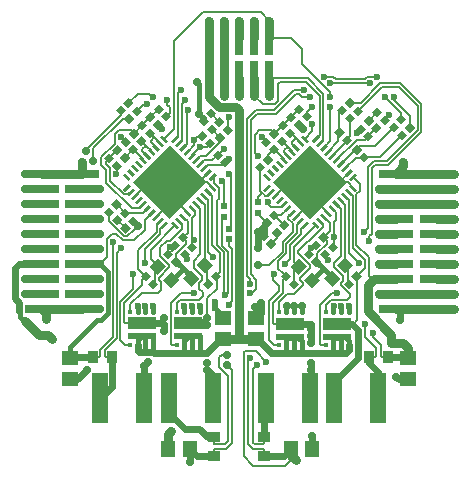
<source format=gtl>
G04 #@! TF.FileFunction,Copper,L1,Top,Signal*
%FSLAX46Y46*%
G04 Gerber Fmt 4.6, Leading zero omitted, Abs format (unit mm)*
G04 Created by KiCad (PCBNEW 4.1.0-alpha+201605071002+6776~44~ubuntu14.04.1-product) date Mon 25 Jul 2016 08:32:17 BST*
%MOMM*%
%LPD*%
G01*
G04 APERTURE LIST*
%ADD10C,0.100000*%
%ADD11R,0.450000X0.450000*%
%ADD12R,2.450000X1.036000*%
%ADD13R,2.450000X0.562000*%
%ADD14R,0.740000X2.920000*%
%ADD15R,0.950000X1.000000*%
%ADD16R,0.620000X0.620000*%
%ADD17R,1.000000X0.950000*%
%ADD18R,1.400000X4.200000*%
%ADD19R,2.920000X0.740000*%
%ADD20C,0.800000*%
%ADD21R,1.450000X1.150000*%
%ADD22R,1.150000X1.450000*%
%ADD23C,0.700000*%
%ADD24C,0.600000*%
%ADD25C,0.600000*%
%ADD26C,0.740000*%
%ADD27C,0.160000*%
%ADD28C,0.400000*%
%ADD29C,0.800000*%
G04 APERTURE END LIST*
D10*
D11*
X105275000Y-108786000D03*
X104625000Y-108786000D03*
X103325000Y-108786000D03*
X103975000Y-108786000D03*
X103325000Y-106014000D03*
X103975000Y-106014000D03*
X104625000Y-106014000D03*
X105275000Y-106014000D03*
D12*
X104300000Y-106966000D03*
D13*
X104300000Y-108071000D03*
D11*
X96650000Y-108772000D03*
X96000000Y-108772000D03*
X94700000Y-108772000D03*
X95350000Y-108772000D03*
X94700000Y-106000000D03*
X95350000Y-106000000D03*
X96000000Y-106000000D03*
X96650000Y-106000000D03*
D12*
X95675000Y-106952000D03*
D13*
X95675000Y-108057000D03*
D11*
X109275000Y-108786000D03*
X108625000Y-108786000D03*
X107325000Y-108786000D03*
X107975000Y-108786000D03*
X107325000Y-106014000D03*
X107975000Y-106014000D03*
X108625000Y-106014000D03*
X109275000Y-106014000D03*
D12*
X108300000Y-106966000D03*
D13*
X108300000Y-108071000D03*
D11*
X92700000Y-108772000D03*
X92050000Y-108772000D03*
X90750000Y-108772000D03*
X91400000Y-108772000D03*
X90750000Y-106000000D03*
X91400000Y-106000000D03*
X92050000Y-106000000D03*
X92700000Y-106000000D03*
D12*
X91725000Y-106952000D03*
D13*
X91725000Y-108057000D03*
D10*
G36*
X92856604Y-90818198D02*
X92418198Y-91256604D01*
X91979792Y-90818198D01*
X92418198Y-90379792D01*
X92856604Y-90818198D01*
X92856604Y-90818198D01*
G37*
G36*
X92220208Y-90181802D02*
X91781802Y-90620208D01*
X91343396Y-90181802D01*
X91781802Y-89743396D01*
X92220208Y-90181802D01*
X92220208Y-90181802D01*
G37*
G36*
X104756604Y-90818198D02*
X104318198Y-91256604D01*
X103879792Y-90818198D01*
X104318198Y-90379792D01*
X104756604Y-90818198D01*
X104756604Y-90818198D01*
G37*
G36*
X104120208Y-90181802D02*
X103681802Y-90620208D01*
X103243396Y-90181802D01*
X103681802Y-89743396D01*
X104120208Y-90181802D01*
X104120208Y-90181802D01*
G37*
G36*
X107918198Y-100043396D02*
X108356604Y-100481802D01*
X107918198Y-100920208D01*
X107479792Y-100481802D01*
X107918198Y-100043396D01*
X107918198Y-100043396D01*
G37*
G36*
X107281802Y-100679792D02*
X107720208Y-101118198D01*
X107281802Y-101556604D01*
X106843396Y-101118198D01*
X107281802Y-100679792D01*
X107281802Y-100679792D01*
G37*
G36*
X96018198Y-100043396D02*
X96456604Y-100481802D01*
X96018198Y-100920208D01*
X95579792Y-100481802D01*
X96018198Y-100043396D01*
X96018198Y-100043396D01*
G37*
G36*
X95381802Y-100679792D02*
X95820208Y-101118198D01*
X95381802Y-101556604D01*
X94943396Y-101118198D01*
X95381802Y-100679792D01*
X95381802Y-100679792D01*
G37*
G36*
X92743396Y-88781802D02*
X93181802Y-88343396D01*
X93620208Y-88781802D01*
X93181802Y-89220208D01*
X92743396Y-88781802D01*
X92743396Y-88781802D01*
G37*
G36*
X93379792Y-89418198D02*
X93818198Y-88979792D01*
X94256604Y-89418198D01*
X93818198Y-89856604D01*
X93379792Y-89418198D01*
X93379792Y-89418198D01*
G37*
D14*
X97460000Y-86215000D03*
X97460000Y-82785000D03*
X98730000Y-86215000D03*
X98730000Y-82785000D03*
X100000000Y-86215000D03*
X100000000Y-82785000D03*
X101270000Y-86215000D03*
X101270000Y-82785000D03*
X102540000Y-86215000D03*
X102540000Y-82785000D03*
D10*
G36*
X104643396Y-88781802D02*
X105081802Y-88343396D01*
X105520208Y-88781802D01*
X105081802Y-89220208D01*
X104643396Y-88781802D01*
X104643396Y-88781802D01*
G37*
G36*
X105279792Y-89418198D02*
X105718198Y-88979792D01*
X106156604Y-89418198D01*
X105718198Y-89856604D01*
X105279792Y-89418198D01*
X105279792Y-89418198D01*
G37*
D15*
X89200000Y-109800000D03*
X87600000Y-109800000D03*
D10*
G36*
X90381802Y-99356604D02*
X89943396Y-98918198D01*
X90381802Y-98479792D01*
X90820208Y-98918198D01*
X90381802Y-99356604D01*
X90381802Y-99356604D01*
G37*
G36*
X91018198Y-98720208D02*
X90579792Y-98281802D01*
X91018198Y-97843396D01*
X91456604Y-98281802D01*
X91018198Y-98720208D01*
X91018198Y-98720208D01*
G37*
G36*
X91318198Y-88543396D02*
X91756604Y-88981802D01*
X91318198Y-89420208D01*
X90879792Y-88981802D01*
X91318198Y-88543396D01*
X91318198Y-88543396D01*
G37*
G36*
X90681802Y-89179792D02*
X91120208Y-89618198D01*
X90681802Y-90056604D01*
X90243396Y-89618198D01*
X90681802Y-89179792D01*
X90681802Y-89179792D01*
G37*
G36*
X91456604Y-92218198D02*
X91018198Y-92656604D01*
X90579792Y-92218198D01*
X91018198Y-91779792D01*
X91456604Y-92218198D01*
X91456604Y-92218198D01*
G37*
G36*
X90820208Y-91581802D02*
X90381802Y-92020208D01*
X89943396Y-91581802D01*
X90381802Y-91143396D01*
X90820208Y-91581802D01*
X90820208Y-91581802D01*
G37*
G36*
X90618198Y-87843396D02*
X91056604Y-88281802D01*
X90618198Y-88720208D01*
X90179792Y-88281802D01*
X90618198Y-87843396D01*
X90618198Y-87843396D01*
G37*
G36*
X89981802Y-88479792D02*
X90420208Y-88918198D01*
X89981802Y-89356604D01*
X89543396Y-88918198D01*
X89981802Y-88479792D01*
X89981802Y-88479792D01*
G37*
G36*
X90756604Y-92918198D02*
X90318198Y-93356604D01*
X89879792Y-92918198D01*
X90318198Y-92479792D01*
X90756604Y-92918198D01*
X90756604Y-92918198D01*
G37*
G36*
X90120208Y-92281802D02*
X89681802Y-92720208D01*
X89243396Y-92281802D01*
X89681802Y-91843396D01*
X90120208Y-92281802D01*
X90120208Y-92281802D01*
G37*
D16*
X99100000Y-99850000D03*
X99100000Y-98950000D03*
D10*
G36*
X96981802Y-90256604D02*
X96543396Y-89818198D01*
X96981802Y-89379792D01*
X97420208Y-89818198D01*
X96981802Y-90256604D01*
X96981802Y-90256604D01*
G37*
G36*
X97618198Y-89620208D02*
X97179792Y-89181802D01*
X97618198Y-88743396D01*
X98056604Y-89181802D01*
X97618198Y-89620208D01*
X97618198Y-89620208D01*
G37*
D16*
X98700000Y-97950000D03*
X98700000Y-97050000D03*
D10*
G36*
X90643396Y-90881802D02*
X91081802Y-90443396D01*
X91520208Y-90881802D01*
X91081802Y-91320208D01*
X90643396Y-90881802D01*
X90643396Y-90881802D01*
G37*
G36*
X91279792Y-91518198D02*
X91718198Y-91079792D01*
X92156604Y-91518198D01*
X91718198Y-91956604D01*
X91279792Y-91518198D01*
X91279792Y-91518198D01*
G37*
D17*
X97900000Y-118200000D03*
X97900000Y-116600000D03*
X102100000Y-116600000D03*
X102100000Y-118200000D03*
D10*
G36*
X103138406Y-100200000D02*
X102700000Y-100638406D01*
X102261594Y-100200000D01*
X102700000Y-99761594D01*
X103138406Y-100200000D01*
X103138406Y-100200000D01*
G37*
G36*
X102502010Y-99563604D02*
X102063604Y-100002010D01*
X101625198Y-99563604D01*
X102063604Y-99125198D01*
X102502010Y-99563604D01*
X102502010Y-99563604D01*
G37*
G36*
X113081802Y-90756604D02*
X112643396Y-90318198D01*
X113081802Y-89879792D01*
X113520208Y-90318198D01*
X113081802Y-90756604D01*
X113081802Y-90756604D01*
G37*
G36*
X113718198Y-90120208D02*
X113279792Y-89681802D01*
X113718198Y-89243396D01*
X114156604Y-89681802D01*
X113718198Y-90120208D01*
X113718198Y-90120208D01*
G37*
G36*
X103356604Y-92218198D02*
X102918198Y-92656604D01*
X102479792Y-92218198D01*
X102918198Y-91779792D01*
X103356604Y-92218198D01*
X103356604Y-92218198D01*
G37*
G36*
X102720208Y-91581802D02*
X102281802Y-92020208D01*
X101843396Y-91581802D01*
X102281802Y-91143396D01*
X102720208Y-91581802D01*
X102720208Y-91581802D01*
G37*
G36*
X113781802Y-91456604D02*
X113343396Y-91018198D01*
X113781802Y-90579792D01*
X114220208Y-91018198D01*
X113781802Y-91456604D01*
X113781802Y-91456604D01*
G37*
G36*
X114418198Y-90820208D02*
X113979792Y-90381802D01*
X114418198Y-89943396D01*
X114856604Y-90381802D01*
X114418198Y-90820208D01*
X114418198Y-90820208D01*
G37*
G36*
X102418198Y-92643396D02*
X102856604Y-93081802D01*
X102418198Y-93520208D01*
X101979792Y-93081802D01*
X102418198Y-92643396D01*
X102418198Y-92643396D01*
G37*
G36*
X101781802Y-93279792D02*
X102220208Y-93718198D01*
X101781802Y-94156604D01*
X101343396Y-93718198D01*
X101781802Y-93279792D01*
X101781802Y-93279792D01*
G37*
G36*
X110036396Y-88525198D02*
X110474802Y-88963604D01*
X110036396Y-89402010D01*
X109597990Y-88963604D01*
X110036396Y-88525198D01*
X110036396Y-88525198D01*
G37*
G36*
X109400000Y-89161594D02*
X109838406Y-89600000D01*
X109400000Y-90038406D01*
X108961594Y-89600000D01*
X109400000Y-89161594D01*
X109400000Y-89161594D01*
G37*
G36*
X112756604Y-89718198D02*
X112318198Y-90156604D01*
X111879792Y-89718198D01*
X112318198Y-89279792D01*
X112756604Y-89718198D01*
X112756604Y-89718198D01*
G37*
G36*
X112120208Y-89081802D02*
X111681802Y-89520208D01*
X111243396Y-89081802D01*
X111681802Y-88643396D01*
X112120208Y-89081802D01*
X112120208Y-89081802D01*
G37*
G36*
X109336396Y-87825198D02*
X109774802Y-88263604D01*
X109336396Y-88702010D01*
X108897990Y-88263604D01*
X109336396Y-87825198D01*
X109336396Y-87825198D01*
G37*
G36*
X108700000Y-88461594D02*
X109138406Y-88900000D01*
X108700000Y-89338406D01*
X108261594Y-88900000D01*
X108700000Y-88461594D01*
X108700000Y-88461594D01*
G37*
D18*
X91950000Y-113300000D03*
X88250000Y-113300000D03*
X94050000Y-113300000D03*
X97750000Y-113300000D03*
X111750000Y-113300000D03*
X108050000Y-113300000D03*
D19*
X113285000Y-94285000D03*
X116715000Y-94285000D03*
X113285000Y-95555000D03*
X116715000Y-95555000D03*
X113285000Y-96825000D03*
X116715000Y-96825000D03*
X113285000Y-98095000D03*
X116715000Y-98095000D03*
X113285000Y-99365000D03*
X116715000Y-99365000D03*
X113285000Y-100635000D03*
X116715000Y-100635000D03*
X113285000Y-101905000D03*
X116715000Y-101905000D03*
X113285000Y-103175000D03*
X116715000Y-103175000D03*
X113285000Y-104445000D03*
X116715000Y-104445000D03*
X113285000Y-105715000D03*
X116715000Y-105715000D03*
X83285000Y-94285000D03*
X86715000Y-94285000D03*
X83285000Y-95555000D03*
X86715000Y-95555000D03*
X83285000Y-96825000D03*
X86715000Y-96825000D03*
X83285000Y-98095000D03*
X86715000Y-98095000D03*
X83285000Y-99365000D03*
X86715000Y-99365000D03*
X83285000Y-100635000D03*
X86715000Y-100635000D03*
X83285000Y-101905000D03*
X86715000Y-101905000D03*
X83285000Y-103175000D03*
X86715000Y-103175000D03*
X83285000Y-104445000D03*
X86715000Y-104445000D03*
X83285000Y-105715000D03*
X86715000Y-105715000D03*
D10*
G36*
X97900699Y-94204505D02*
X98077476Y-94381282D01*
X97582501Y-94876257D01*
X97405724Y-94699480D01*
X97900699Y-94204505D01*
X97900699Y-94204505D01*
G37*
G36*
X97547146Y-93850951D02*
X97723923Y-94027728D01*
X97228948Y-94522703D01*
X97052171Y-94345926D01*
X97547146Y-93850951D01*
X97547146Y-93850951D01*
G37*
G36*
X97193592Y-93497398D02*
X97370369Y-93674175D01*
X96875394Y-94169150D01*
X96698617Y-93992373D01*
X97193592Y-93497398D01*
X97193592Y-93497398D01*
G37*
G36*
X96840039Y-93143844D02*
X97016816Y-93320621D01*
X96521841Y-93815596D01*
X96345064Y-93638819D01*
X96840039Y-93143844D01*
X96840039Y-93143844D01*
G37*
G36*
X96486485Y-92790291D02*
X96663262Y-92967068D01*
X96168287Y-93462043D01*
X95991510Y-93285266D01*
X96486485Y-92790291D01*
X96486485Y-92790291D01*
G37*
G36*
X96132932Y-92436738D02*
X96309709Y-92613515D01*
X95814734Y-93108490D01*
X95637957Y-92931713D01*
X96132932Y-92436738D01*
X96132932Y-92436738D01*
G37*
G36*
X95779379Y-92083184D02*
X95956156Y-92259961D01*
X95461181Y-92754936D01*
X95284404Y-92578159D01*
X95779379Y-92083184D01*
X95779379Y-92083184D01*
G37*
G36*
X95425825Y-91729631D02*
X95602602Y-91906408D01*
X95107627Y-92401383D01*
X94930850Y-92224606D01*
X95425825Y-91729631D01*
X95425825Y-91729631D01*
G37*
G36*
X95072272Y-91376077D02*
X95249049Y-91552854D01*
X94754074Y-92047829D01*
X94577297Y-91871052D01*
X95072272Y-91376077D01*
X95072272Y-91376077D01*
G37*
G36*
X94718718Y-91022524D02*
X94895495Y-91199301D01*
X94400520Y-91694276D01*
X94223743Y-91517499D01*
X94718718Y-91022524D01*
X94718718Y-91022524D01*
G37*
G36*
X93481282Y-91022524D02*
X93976257Y-91517499D01*
X93799480Y-91694276D01*
X93304505Y-91199301D01*
X93481282Y-91022524D01*
X93481282Y-91022524D01*
G37*
G36*
X93127728Y-91376077D02*
X93622703Y-91871052D01*
X93445926Y-92047829D01*
X92950951Y-91552854D01*
X93127728Y-91376077D01*
X93127728Y-91376077D01*
G37*
G36*
X92774175Y-91729631D02*
X93269150Y-92224606D01*
X93092373Y-92401383D01*
X92597398Y-91906408D01*
X92774175Y-91729631D01*
X92774175Y-91729631D01*
G37*
G36*
X92420621Y-92083184D02*
X92915596Y-92578159D01*
X92738819Y-92754936D01*
X92243844Y-92259961D01*
X92420621Y-92083184D01*
X92420621Y-92083184D01*
G37*
G36*
X92067068Y-92436738D02*
X92562043Y-92931713D01*
X92385266Y-93108490D01*
X91890291Y-92613515D01*
X92067068Y-92436738D01*
X92067068Y-92436738D01*
G37*
G36*
X91713515Y-92790291D02*
X92208490Y-93285266D01*
X92031713Y-93462043D01*
X91536738Y-92967068D01*
X91713515Y-92790291D01*
X91713515Y-92790291D01*
G37*
G36*
X91359961Y-93143844D02*
X91854936Y-93638819D01*
X91678159Y-93815596D01*
X91183184Y-93320621D01*
X91359961Y-93143844D01*
X91359961Y-93143844D01*
G37*
G36*
X91006408Y-93497398D02*
X91501383Y-93992373D01*
X91324606Y-94169150D01*
X90829631Y-93674175D01*
X91006408Y-93497398D01*
X91006408Y-93497398D01*
G37*
G36*
X90652854Y-93850951D02*
X91147829Y-94345926D01*
X90971052Y-94522703D01*
X90476077Y-94027728D01*
X90652854Y-93850951D01*
X90652854Y-93850951D01*
G37*
G36*
X90299301Y-94204505D02*
X90794276Y-94699480D01*
X90617499Y-94876257D01*
X90122524Y-94381282D01*
X90299301Y-94204505D01*
X90299301Y-94204505D01*
G37*
G36*
X90617499Y-95123743D02*
X90794276Y-95300520D01*
X90299301Y-95795495D01*
X90122524Y-95618718D01*
X90617499Y-95123743D01*
X90617499Y-95123743D01*
G37*
G36*
X90971052Y-95477297D02*
X91147829Y-95654074D01*
X90652854Y-96149049D01*
X90476077Y-95972272D01*
X90971052Y-95477297D01*
X90971052Y-95477297D01*
G37*
G36*
X91324606Y-95830850D02*
X91501383Y-96007627D01*
X91006408Y-96502602D01*
X90829631Y-96325825D01*
X91324606Y-95830850D01*
X91324606Y-95830850D01*
G37*
G36*
X91678159Y-96184404D02*
X91854936Y-96361181D01*
X91359961Y-96856156D01*
X91183184Y-96679379D01*
X91678159Y-96184404D01*
X91678159Y-96184404D01*
G37*
G36*
X92031713Y-96537957D02*
X92208490Y-96714734D01*
X91713515Y-97209709D01*
X91536738Y-97032932D01*
X92031713Y-96537957D01*
X92031713Y-96537957D01*
G37*
G36*
X92385266Y-96891510D02*
X92562043Y-97068287D01*
X92067068Y-97563262D01*
X91890291Y-97386485D01*
X92385266Y-96891510D01*
X92385266Y-96891510D01*
G37*
G36*
X92738819Y-97245064D02*
X92915596Y-97421841D01*
X92420621Y-97916816D01*
X92243844Y-97740039D01*
X92738819Y-97245064D01*
X92738819Y-97245064D01*
G37*
G36*
X93092373Y-97598617D02*
X93269150Y-97775394D01*
X92774175Y-98270369D01*
X92597398Y-98093592D01*
X93092373Y-97598617D01*
X93092373Y-97598617D01*
G37*
G36*
X93445926Y-97952171D02*
X93622703Y-98128948D01*
X93127728Y-98623923D01*
X92950951Y-98447146D01*
X93445926Y-97952171D01*
X93445926Y-97952171D01*
G37*
G36*
X93799480Y-98305724D02*
X93976257Y-98482501D01*
X93481282Y-98977476D01*
X93304505Y-98800699D01*
X93799480Y-98305724D01*
X93799480Y-98305724D01*
G37*
G36*
X94400520Y-98305724D02*
X94895495Y-98800699D01*
X94718718Y-98977476D01*
X94223743Y-98482501D01*
X94400520Y-98305724D01*
X94400520Y-98305724D01*
G37*
G36*
X94754074Y-97952171D02*
X95249049Y-98447146D01*
X95072272Y-98623923D01*
X94577297Y-98128948D01*
X94754074Y-97952171D01*
X94754074Y-97952171D01*
G37*
G36*
X95107627Y-97598617D02*
X95602602Y-98093592D01*
X95425825Y-98270369D01*
X94930850Y-97775394D01*
X95107627Y-97598617D01*
X95107627Y-97598617D01*
G37*
G36*
X95461181Y-97245064D02*
X95956156Y-97740039D01*
X95779379Y-97916816D01*
X95284404Y-97421841D01*
X95461181Y-97245064D01*
X95461181Y-97245064D01*
G37*
G36*
X95814734Y-96891510D02*
X96309709Y-97386485D01*
X96132932Y-97563262D01*
X95637957Y-97068287D01*
X95814734Y-96891510D01*
X95814734Y-96891510D01*
G37*
G36*
X96168287Y-96537957D02*
X96663262Y-97032932D01*
X96486485Y-97209709D01*
X95991510Y-96714734D01*
X96168287Y-96537957D01*
X96168287Y-96537957D01*
G37*
G36*
X96521841Y-96184404D02*
X97016816Y-96679379D01*
X96840039Y-96856156D01*
X96345064Y-96361181D01*
X96521841Y-96184404D01*
X96521841Y-96184404D01*
G37*
G36*
X96875394Y-95830850D02*
X97370369Y-96325825D01*
X97193592Y-96502602D01*
X96698617Y-96007627D01*
X96875394Y-95830850D01*
X96875394Y-95830850D01*
G37*
G36*
X97228948Y-95477297D02*
X97723923Y-95972272D01*
X97547146Y-96149049D01*
X97052171Y-95654074D01*
X97228948Y-95477297D01*
X97228948Y-95477297D01*
G37*
G36*
X97582501Y-95123743D02*
X98077476Y-95618718D01*
X97900699Y-95795495D01*
X97405724Y-95300520D01*
X97582501Y-95123743D01*
X97582501Y-95123743D01*
G37*
D20*
X95839483Y-95000000D03*
X94969741Y-94130259D03*
X94100000Y-93260517D03*
X94969741Y-95869741D03*
X94100000Y-95000000D03*
X93230259Y-94130259D03*
X94100000Y-96739483D03*
X93230259Y-95869741D03*
X92360517Y-95000000D03*
D10*
G36*
X94100000Y-91874588D02*
X97225412Y-95000000D01*
X94100000Y-98125412D01*
X90974588Y-95000000D01*
X94100000Y-91874588D01*
X94100000Y-91874588D01*
G37*
G36*
X92444886Y-102151993D02*
X93151993Y-101444886D01*
X93823744Y-102116637D01*
X93116637Y-102823744D01*
X92444886Y-102151993D01*
X92444886Y-102151993D01*
G37*
G36*
X93576256Y-103283363D02*
X94283363Y-102576256D01*
X94955114Y-103248007D01*
X94248007Y-103955114D01*
X93576256Y-103283363D01*
X93576256Y-103283363D01*
G37*
G36*
X97048007Y-101344886D02*
X97755114Y-102051993D01*
X97083363Y-102723744D01*
X96376256Y-102016637D01*
X97048007Y-101344886D01*
X97048007Y-101344886D01*
G37*
G36*
X95916637Y-102476256D02*
X96623744Y-103183363D01*
X95951993Y-103855114D01*
X95244886Y-103148007D01*
X95916637Y-102476256D01*
X95916637Y-102476256D01*
G37*
G36*
X104344886Y-102151993D02*
X105051993Y-101444886D01*
X105723744Y-102116637D01*
X105016637Y-102823744D01*
X104344886Y-102151993D01*
X104344886Y-102151993D01*
G37*
G36*
X105476256Y-103283363D02*
X106183363Y-102576256D01*
X106855114Y-103248007D01*
X106148007Y-103955114D01*
X105476256Y-103283363D01*
X105476256Y-103283363D01*
G37*
G36*
X108948007Y-101344886D02*
X109655114Y-102051993D01*
X108983363Y-102723744D01*
X108276256Y-102016637D01*
X108948007Y-101344886D01*
X108948007Y-101344886D01*
G37*
G36*
X107816637Y-102476256D02*
X108523744Y-103183363D01*
X107851993Y-103855114D01*
X107144886Y-103148007D01*
X107816637Y-102476256D01*
X107816637Y-102476256D01*
G37*
D21*
X85700000Y-109900000D03*
X85700000Y-111700000D03*
D10*
G36*
X92043396Y-89481802D02*
X92481802Y-89043396D01*
X92920208Y-89481802D01*
X92481802Y-89920208D01*
X92043396Y-89481802D01*
X92043396Y-89481802D01*
G37*
G36*
X92679792Y-90118198D02*
X93118198Y-89679792D01*
X93556604Y-90118198D01*
X93118198Y-90556604D01*
X92679792Y-90118198D01*
X92679792Y-90118198D01*
G37*
G36*
X95218198Y-99243396D02*
X95656604Y-99681802D01*
X95218198Y-100120208D01*
X94779792Y-99681802D01*
X95218198Y-99243396D01*
X95218198Y-99243396D01*
G37*
G36*
X94581802Y-99879792D02*
X95020208Y-100318198D01*
X94581802Y-100756604D01*
X94143396Y-100318198D01*
X94581802Y-99879792D01*
X94581802Y-99879792D01*
G37*
G36*
X93156604Y-103618198D02*
X92718198Y-104056604D01*
X92279792Y-103618198D01*
X92718198Y-103179792D01*
X93156604Y-103618198D01*
X93156604Y-103618198D01*
G37*
G36*
X92520208Y-102981802D02*
X92081802Y-103420208D01*
X91643396Y-102981802D01*
X92081802Y-102543396D01*
X92520208Y-102981802D01*
X92520208Y-102981802D01*
G37*
G36*
X88543396Y-92981802D02*
X88981802Y-92543396D01*
X89420208Y-92981802D01*
X88981802Y-93420208D01*
X88543396Y-92981802D01*
X88543396Y-92981802D01*
G37*
G36*
X89179792Y-93618198D02*
X89618198Y-93179792D01*
X90056604Y-93618198D01*
X89618198Y-94056604D01*
X89179792Y-93618198D01*
X89179792Y-93618198D01*
G37*
G36*
X89618198Y-96443396D02*
X90056604Y-96881802D01*
X89618198Y-97320208D01*
X89179792Y-96881802D01*
X89618198Y-96443396D01*
X89618198Y-96443396D01*
G37*
G36*
X88981802Y-97079792D02*
X89420208Y-97518198D01*
X88981802Y-97956604D01*
X88543396Y-97518198D01*
X88981802Y-97079792D01*
X88981802Y-97079792D01*
G37*
G36*
X99256604Y-93318198D02*
X98818198Y-93756604D01*
X98379792Y-93318198D01*
X98818198Y-92879792D01*
X99256604Y-93318198D01*
X99256604Y-93318198D01*
G37*
G36*
X98620208Y-92681802D02*
X98181802Y-93120208D01*
X97743396Y-92681802D01*
X98181802Y-92243396D01*
X98620208Y-92681802D01*
X98620208Y-92681802D01*
G37*
D21*
X98600000Y-108300000D03*
X98600000Y-106500000D03*
D10*
G36*
X97956604Y-91718198D02*
X97518198Y-92156604D01*
X97079792Y-91718198D01*
X97518198Y-91279792D01*
X97956604Y-91718198D01*
X97956604Y-91718198D01*
G37*
G36*
X97320208Y-91081802D02*
X96881802Y-91520208D01*
X96443396Y-91081802D01*
X96881802Y-90643396D01*
X97320208Y-91081802D01*
X97320208Y-91081802D01*
G37*
G36*
X99018198Y-90143396D02*
X99456604Y-90581802D01*
X99018198Y-91020208D01*
X98579792Y-90581802D01*
X99018198Y-90143396D01*
X99018198Y-90143396D01*
G37*
G36*
X98381802Y-90779792D02*
X98820208Y-91218198D01*
X98381802Y-91656604D01*
X97943396Y-91218198D01*
X98381802Y-90779792D01*
X98381802Y-90779792D01*
G37*
G36*
X98318198Y-89443396D02*
X98756604Y-89881802D01*
X98318198Y-90320208D01*
X97879792Y-89881802D01*
X98318198Y-89443396D01*
X98318198Y-89443396D01*
G37*
G36*
X97681802Y-90079792D02*
X98120208Y-90518198D01*
X97681802Y-90956604D01*
X97243396Y-90518198D01*
X97681802Y-90079792D01*
X97681802Y-90079792D01*
G37*
G36*
X98018198Y-102543396D02*
X98456604Y-102981802D01*
X98018198Y-103420208D01*
X97579792Y-102981802D01*
X98018198Y-102543396D01*
X98018198Y-102543396D01*
G37*
G36*
X97381802Y-103179792D02*
X97820208Y-103618198D01*
X97381802Y-104056604D01*
X96943396Y-103618198D01*
X97381802Y-103179792D01*
X97381802Y-103179792D01*
G37*
D22*
X95800000Y-117600000D03*
X94000000Y-117600000D03*
D10*
G36*
X103943396Y-89481802D02*
X104381802Y-89043396D01*
X104820208Y-89481802D01*
X104381802Y-89920208D01*
X103943396Y-89481802D01*
X103943396Y-89481802D01*
G37*
G36*
X104579792Y-90118198D02*
X105018198Y-89679792D01*
X105456604Y-90118198D01*
X105018198Y-90556604D01*
X104579792Y-90118198D01*
X104579792Y-90118198D01*
G37*
G36*
X107118198Y-99243396D02*
X107556604Y-99681802D01*
X107118198Y-100120208D01*
X106679792Y-99681802D01*
X107118198Y-99243396D01*
X107118198Y-99243396D01*
G37*
G36*
X106481802Y-99879792D02*
X106920208Y-100318198D01*
X106481802Y-100756604D01*
X106043396Y-100318198D01*
X106481802Y-99879792D01*
X106481802Y-99879792D01*
G37*
G36*
X103818198Y-98193396D02*
X104256604Y-98631802D01*
X103818198Y-99070208D01*
X103379792Y-98631802D01*
X103818198Y-98193396D01*
X103818198Y-98193396D01*
G37*
G36*
X103181802Y-98829792D02*
X103620208Y-99268198D01*
X103181802Y-99706604D01*
X102743396Y-99268198D01*
X103181802Y-98829792D01*
X103181802Y-98829792D01*
G37*
G36*
X105056604Y-103618198D02*
X104618198Y-104056604D01*
X104179792Y-103618198D01*
X104618198Y-103179792D01*
X105056604Y-103618198D01*
X105056604Y-103618198D01*
G37*
G36*
X104420208Y-102981802D02*
X103981802Y-103420208D01*
X103543396Y-102981802D01*
X103981802Y-102543396D01*
X104420208Y-102981802D01*
X104420208Y-102981802D01*
G37*
D16*
X101600000Y-96700000D03*
X101600000Y-97600000D03*
D10*
G36*
X102968198Y-97343396D02*
X103406604Y-97781802D01*
X102968198Y-98220208D01*
X102529792Y-97781802D01*
X102968198Y-97343396D01*
X102968198Y-97343396D01*
G37*
G36*
X102331802Y-97979792D02*
X102770208Y-98418198D01*
X102331802Y-98856604D01*
X101893396Y-98418198D01*
X102331802Y-97979792D01*
X102331802Y-97979792D01*
G37*
G36*
X111006604Y-92868198D02*
X110568198Y-93306604D01*
X110129792Y-92868198D01*
X110568198Y-92429792D01*
X111006604Y-92868198D01*
X111006604Y-92868198D01*
G37*
G36*
X110370208Y-92231802D02*
X109931802Y-92670208D01*
X109493396Y-92231802D01*
X109931802Y-91793396D01*
X110370208Y-92231802D01*
X110370208Y-92231802D01*
G37*
D21*
X101400000Y-108300000D03*
X101400000Y-106500000D03*
D10*
G36*
X109556604Y-91418198D02*
X109118198Y-91856604D01*
X108679792Y-91418198D01*
X109118198Y-90979792D01*
X109556604Y-91418198D01*
X109556604Y-91418198D01*
G37*
G36*
X108920208Y-90781802D02*
X108481802Y-91220208D01*
X108043396Y-90781802D01*
X108481802Y-90343396D01*
X108920208Y-90781802D01*
X108920208Y-90781802D01*
G37*
G36*
X110543396Y-89781802D02*
X110981802Y-89343396D01*
X111420208Y-89781802D01*
X110981802Y-90220208D01*
X110543396Y-89781802D01*
X110543396Y-89781802D01*
G37*
G36*
X111179792Y-90418198D02*
X111618198Y-89979792D01*
X112056604Y-90418198D01*
X111618198Y-90856604D01*
X111179792Y-90418198D01*
X111179792Y-90418198D01*
G37*
D21*
X114300000Y-109900000D03*
X114300000Y-111700000D03*
D10*
G36*
X109800699Y-94204505D02*
X109977476Y-94381282D01*
X109482501Y-94876257D01*
X109305724Y-94699480D01*
X109800699Y-94204505D01*
X109800699Y-94204505D01*
G37*
G36*
X109447146Y-93850951D02*
X109623923Y-94027728D01*
X109128948Y-94522703D01*
X108952171Y-94345926D01*
X109447146Y-93850951D01*
X109447146Y-93850951D01*
G37*
G36*
X109093592Y-93497398D02*
X109270369Y-93674175D01*
X108775394Y-94169150D01*
X108598617Y-93992373D01*
X109093592Y-93497398D01*
X109093592Y-93497398D01*
G37*
G36*
X108740039Y-93143844D02*
X108916816Y-93320621D01*
X108421841Y-93815596D01*
X108245064Y-93638819D01*
X108740039Y-93143844D01*
X108740039Y-93143844D01*
G37*
G36*
X108386485Y-92790291D02*
X108563262Y-92967068D01*
X108068287Y-93462043D01*
X107891510Y-93285266D01*
X108386485Y-92790291D01*
X108386485Y-92790291D01*
G37*
G36*
X108032932Y-92436738D02*
X108209709Y-92613515D01*
X107714734Y-93108490D01*
X107537957Y-92931713D01*
X108032932Y-92436738D01*
X108032932Y-92436738D01*
G37*
G36*
X107679379Y-92083184D02*
X107856156Y-92259961D01*
X107361181Y-92754936D01*
X107184404Y-92578159D01*
X107679379Y-92083184D01*
X107679379Y-92083184D01*
G37*
G36*
X107325825Y-91729631D02*
X107502602Y-91906408D01*
X107007627Y-92401383D01*
X106830850Y-92224606D01*
X107325825Y-91729631D01*
X107325825Y-91729631D01*
G37*
G36*
X106972272Y-91376077D02*
X107149049Y-91552854D01*
X106654074Y-92047829D01*
X106477297Y-91871052D01*
X106972272Y-91376077D01*
X106972272Y-91376077D01*
G37*
G36*
X106618718Y-91022524D02*
X106795495Y-91199301D01*
X106300520Y-91694276D01*
X106123743Y-91517499D01*
X106618718Y-91022524D01*
X106618718Y-91022524D01*
G37*
G36*
X105381282Y-91022524D02*
X105876257Y-91517499D01*
X105699480Y-91694276D01*
X105204505Y-91199301D01*
X105381282Y-91022524D01*
X105381282Y-91022524D01*
G37*
G36*
X105027728Y-91376077D02*
X105522703Y-91871052D01*
X105345926Y-92047829D01*
X104850951Y-91552854D01*
X105027728Y-91376077D01*
X105027728Y-91376077D01*
G37*
G36*
X104674175Y-91729631D02*
X105169150Y-92224606D01*
X104992373Y-92401383D01*
X104497398Y-91906408D01*
X104674175Y-91729631D01*
X104674175Y-91729631D01*
G37*
G36*
X104320621Y-92083184D02*
X104815596Y-92578159D01*
X104638819Y-92754936D01*
X104143844Y-92259961D01*
X104320621Y-92083184D01*
X104320621Y-92083184D01*
G37*
G36*
X103967068Y-92436738D02*
X104462043Y-92931713D01*
X104285266Y-93108490D01*
X103790291Y-92613515D01*
X103967068Y-92436738D01*
X103967068Y-92436738D01*
G37*
G36*
X103613515Y-92790291D02*
X104108490Y-93285266D01*
X103931713Y-93462043D01*
X103436738Y-92967068D01*
X103613515Y-92790291D01*
X103613515Y-92790291D01*
G37*
G36*
X103259961Y-93143844D02*
X103754936Y-93638819D01*
X103578159Y-93815596D01*
X103083184Y-93320621D01*
X103259961Y-93143844D01*
X103259961Y-93143844D01*
G37*
G36*
X102906408Y-93497398D02*
X103401383Y-93992373D01*
X103224606Y-94169150D01*
X102729631Y-93674175D01*
X102906408Y-93497398D01*
X102906408Y-93497398D01*
G37*
G36*
X102552854Y-93850951D02*
X103047829Y-94345926D01*
X102871052Y-94522703D01*
X102376077Y-94027728D01*
X102552854Y-93850951D01*
X102552854Y-93850951D01*
G37*
G36*
X102199301Y-94204505D02*
X102694276Y-94699480D01*
X102517499Y-94876257D01*
X102022524Y-94381282D01*
X102199301Y-94204505D01*
X102199301Y-94204505D01*
G37*
G36*
X102517499Y-95123743D02*
X102694276Y-95300520D01*
X102199301Y-95795495D01*
X102022524Y-95618718D01*
X102517499Y-95123743D01*
X102517499Y-95123743D01*
G37*
G36*
X102871052Y-95477297D02*
X103047829Y-95654074D01*
X102552854Y-96149049D01*
X102376077Y-95972272D01*
X102871052Y-95477297D01*
X102871052Y-95477297D01*
G37*
G36*
X103224606Y-95830850D02*
X103401383Y-96007627D01*
X102906408Y-96502602D01*
X102729631Y-96325825D01*
X103224606Y-95830850D01*
X103224606Y-95830850D01*
G37*
G36*
X103578159Y-96184404D02*
X103754936Y-96361181D01*
X103259961Y-96856156D01*
X103083184Y-96679379D01*
X103578159Y-96184404D01*
X103578159Y-96184404D01*
G37*
G36*
X103931713Y-96537957D02*
X104108490Y-96714734D01*
X103613515Y-97209709D01*
X103436738Y-97032932D01*
X103931713Y-96537957D01*
X103931713Y-96537957D01*
G37*
G36*
X104285266Y-96891510D02*
X104462043Y-97068287D01*
X103967068Y-97563262D01*
X103790291Y-97386485D01*
X104285266Y-96891510D01*
X104285266Y-96891510D01*
G37*
G36*
X104638819Y-97245064D02*
X104815596Y-97421841D01*
X104320621Y-97916816D01*
X104143844Y-97740039D01*
X104638819Y-97245064D01*
X104638819Y-97245064D01*
G37*
G36*
X104992373Y-97598617D02*
X105169150Y-97775394D01*
X104674175Y-98270369D01*
X104497398Y-98093592D01*
X104992373Y-97598617D01*
X104992373Y-97598617D01*
G37*
G36*
X105345926Y-97952171D02*
X105522703Y-98128948D01*
X105027728Y-98623923D01*
X104850951Y-98447146D01*
X105345926Y-97952171D01*
X105345926Y-97952171D01*
G37*
G36*
X105699480Y-98305724D02*
X105876257Y-98482501D01*
X105381282Y-98977476D01*
X105204505Y-98800699D01*
X105699480Y-98305724D01*
X105699480Y-98305724D01*
G37*
G36*
X106300520Y-98305724D02*
X106795495Y-98800699D01*
X106618718Y-98977476D01*
X106123743Y-98482501D01*
X106300520Y-98305724D01*
X106300520Y-98305724D01*
G37*
G36*
X106654074Y-97952171D02*
X107149049Y-98447146D01*
X106972272Y-98623923D01*
X106477297Y-98128948D01*
X106654074Y-97952171D01*
X106654074Y-97952171D01*
G37*
G36*
X107007627Y-97598617D02*
X107502602Y-98093592D01*
X107325825Y-98270369D01*
X106830850Y-97775394D01*
X107007627Y-97598617D01*
X107007627Y-97598617D01*
G37*
G36*
X107361181Y-97245064D02*
X107856156Y-97740039D01*
X107679379Y-97916816D01*
X107184404Y-97421841D01*
X107361181Y-97245064D01*
X107361181Y-97245064D01*
G37*
G36*
X107714734Y-96891510D02*
X108209709Y-97386485D01*
X108032932Y-97563262D01*
X107537957Y-97068287D01*
X107714734Y-96891510D01*
X107714734Y-96891510D01*
G37*
G36*
X108068287Y-96537957D02*
X108563262Y-97032932D01*
X108386485Y-97209709D01*
X107891510Y-96714734D01*
X108068287Y-96537957D01*
X108068287Y-96537957D01*
G37*
G36*
X108421841Y-96184404D02*
X108916816Y-96679379D01*
X108740039Y-96856156D01*
X108245064Y-96361181D01*
X108421841Y-96184404D01*
X108421841Y-96184404D01*
G37*
G36*
X108775394Y-95830850D02*
X109270369Y-96325825D01*
X109093592Y-96502602D01*
X108598617Y-96007627D01*
X108775394Y-95830850D01*
X108775394Y-95830850D01*
G37*
G36*
X109128948Y-95477297D02*
X109623923Y-95972272D01*
X109447146Y-96149049D01*
X108952171Y-95654074D01*
X109128948Y-95477297D01*
X109128948Y-95477297D01*
G37*
G36*
X109482501Y-95123743D02*
X109977476Y-95618718D01*
X109800699Y-95795495D01*
X109305724Y-95300520D01*
X109482501Y-95123743D01*
X109482501Y-95123743D01*
G37*
D20*
X107739483Y-95000000D03*
X106869741Y-94130259D03*
X106000000Y-93260517D03*
X106869741Y-95869741D03*
X106000000Y-95000000D03*
X105130259Y-94130259D03*
X106000000Y-96739483D03*
X105130259Y-95869741D03*
X104260517Y-95000000D03*
D10*
G36*
X106000000Y-91874588D02*
X109125412Y-95000000D01*
X106000000Y-98125412D01*
X102874588Y-95000000D01*
X106000000Y-91874588D01*
X106000000Y-91874588D01*
G37*
D15*
X112600000Y-109800000D03*
X111000000Y-109800000D03*
D10*
G36*
X102543396Y-90881802D02*
X102981802Y-90443396D01*
X103420208Y-90881802D01*
X102981802Y-91320208D01*
X102543396Y-90881802D01*
X102543396Y-90881802D01*
G37*
G36*
X103179792Y-91518198D02*
X103618198Y-91079792D01*
X104056604Y-91518198D01*
X103618198Y-91956604D01*
X103179792Y-91518198D01*
X103179792Y-91518198D01*
G37*
D18*
X105950000Y-113300000D03*
X102250000Y-113300000D03*
D10*
G36*
X109918198Y-102543396D02*
X110356604Y-102981802D01*
X109918198Y-103420208D01*
X109479792Y-102981802D01*
X109918198Y-102543396D01*
X109918198Y-102543396D01*
G37*
G36*
X109281802Y-103179792D02*
X109720208Y-103618198D01*
X109281802Y-104056604D01*
X108843396Y-103618198D01*
X109281802Y-103179792D01*
X109281802Y-103179792D01*
G37*
G36*
X109843396Y-90481802D02*
X110281802Y-90043396D01*
X110720208Y-90481802D01*
X110281802Y-90920208D01*
X109843396Y-90481802D01*
X109843396Y-90481802D01*
G37*
G36*
X110479792Y-91118198D02*
X110918198Y-90679792D01*
X111356604Y-91118198D01*
X110918198Y-91556604D01*
X110479792Y-91118198D01*
X110479792Y-91118198D01*
G37*
D22*
X104400000Y-117600000D03*
X106200000Y-117600000D03*
D10*
G36*
X90318198Y-97143396D02*
X90756604Y-97581802D01*
X90318198Y-98020208D01*
X89879792Y-97581802D01*
X90318198Y-97143396D01*
X90318198Y-97143396D01*
G37*
G36*
X89681802Y-97779792D02*
X90120208Y-98218198D01*
X89681802Y-98656604D01*
X89243396Y-98218198D01*
X89681802Y-97779792D01*
X89681802Y-97779792D01*
G37*
G36*
X95056604Y-101718198D02*
X94618198Y-102156604D01*
X94179792Y-101718198D01*
X94618198Y-101279792D01*
X95056604Y-101718198D01*
X95056604Y-101718198D01*
G37*
G36*
X94420208Y-101081802D02*
X93981802Y-101520208D01*
X93543396Y-101081802D01*
X93981802Y-100643396D01*
X94420208Y-101081802D01*
X94420208Y-101081802D01*
G37*
G36*
X106956604Y-101718198D02*
X106518198Y-102156604D01*
X106079792Y-101718198D01*
X106518198Y-101279792D01*
X106956604Y-101718198D01*
X106956604Y-101718198D01*
G37*
G36*
X106320208Y-101081802D02*
X105881802Y-101520208D01*
X105443396Y-101081802D01*
X105881802Y-100643396D01*
X106320208Y-101081802D01*
X106320208Y-101081802D01*
G37*
D23*
X87100000Y-110860000D03*
X94260000Y-116100000D03*
X83640000Y-106620000D03*
X101600000Y-100600000D03*
X101600000Y-99200000D03*
X101800000Y-105250000D03*
X101350000Y-105600000D03*
X113900000Y-93300000D03*
X105400000Y-90500000D03*
X113300000Y-111500000D03*
X106200000Y-116500000D03*
X105280000Y-105510000D03*
X104630000Y-105510000D03*
X104000000Y-105500000D03*
D24*
X107990000Y-105510000D03*
X108630000Y-105510000D03*
X109280000Y-105510000D03*
X107500000Y-101550000D03*
X106050000Y-100550000D03*
X112700000Y-89300000D03*
X110003500Y-90862314D03*
X101900000Y-91200000D03*
D23*
X113640000Y-106660000D03*
X118190000Y-105720000D03*
X118180000Y-94290000D03*
D24*
X97960000Y-105140000D03*
X97960000Y-105690000D03*
X91400000Y-105490000D03*
X92060000Y-105490000D03*
X92700000Y-105490000D03*
X96650000Y-105490000D03*
X96000000Y-105500000D03*
X95360000Y-105490000D03*
X94100000Y-100500000D03*
X95600000Y-101500000D03*
D23*
X91400000Y-98700000D03*
X96400000Y-86500000D03*
X96600000Y-89200000D03*
D24*
X99100000Y-89500000D03*
D23*
X86700000Y-93300000D03*
D24*
X89600000Y-94300000D03*
X93500000Y-90500000D03*
X90000000Y-91200000D03*
D23*
X88180000Y-105720000D03*
X81820000Y-94290000D03*
D24*
X108020010Y-99680000D03*
X100016614Y-99900000D03*
X96130000Y-99910000D03*
D23*
X97460000Y-81320000D03*
X97460000Y-87680000D03*
X106100000Y-110900000D03*
X106100000Y-110300000D03*
X106100000Y-107400000D03*
X106100000Y-108000000D03*
X106100000Y-108600000D03*
D24*
X101600000Y-92800000D03*
X102400000Y-96700000D03*
D23*
X97300000Y-110900000D03*
X97300000Y-110300000D03*
X97300000Y-107100000D03*
X97303182Y-106502059D03*
D24*
X99100000Y-94300000D03*
X96694938Y-91994938D03*
X98500000Y-94900000D03*
X96157536Y-91457536D03*
X99100000Y-93000000D03*
X92700000Y-87800000D03*
X98700000Y-92200000D03*
X92162597Y-88337403D03*
D23*
X91900000Y-110600000D03*
X92300000Y-110200000D03*
X93600000Y-107600000D03*
X93600000Y-107100000D03*
X93600000Y-106500000D03*
D24*
X107700000Y-88600000D03*
X106200000Y-88600000D03*
X102978627Y-102742304D03*
X103850000Y-101950000D03*
X108300000Y-104400000D03*
X110100000Y-101850000D03*
X93900000Y-88000000D03*
X95700000Y-88900000D03*
X91000000Y-102800000D03*
X92000000Y-101800000D03*
X96200000Y-104400000D03*
X97800000Y-101300000D03*
D23*
X88180000Y-95550000D03*
X81820000Y-96820000D03*
X88180000Y-96830000D03*
X81820000Y-98090000D03*
X81820000Y-99370000D03*
X88180000Y-99370000D03*
X81820000Y-100630000D03*
X95800000Y-118700000D03*
X99000000Y-110500000D03*
D24*
X98790000Y-104580000D03*
D23*
X88180000Y-100630000D03*
X84120000Y-108280000D03*
X104790000Y-118560000D03*
X81820000Y-101910000D03*
D24*
X106000000Y-87800000D03*
X107700000Y-86600000D03*
X100950000Y-109850000D03*
X100900000Y-104350000D03*
D23*
X101600000Y-102050000D03*
D24*
X102300000Y-110200000D03*
X111100000Y-86600000D03*
X112300000Y-87800000D03*
D23*
X81820000Y-103180000D03*
X88180000Y-103180000D03*
X81820000Y-104440000D03*
X88180000Y-104450000D03*
X88180000Y-98100000D03*
X98730000Y-81320000D03*
X98730000Y-87680000D03*
X100000000Y-87680000D03*
X100000000Y-81320000D03*
X101270000Y-81320000D03*
X111820000Y-95550000D03*
X118180000Y-95560000D03*
X111820000Y-96830000D03*
X118180000Y-96830000D03*
X111820000Y-98090000D03*
X118180000Y-98090000D03*
X118180000Y-99360000D03*
X118180000Y-100630000D03*
X111820000Y-101900000D03*
X118180000Y-101900000D03*
D24*
X111300000Y-107760000D03*
X111000000Y-100000000D03*
D23*
X111820000Y-103180000D03*
X118180000Y-103180000D03*
X111820000Y-104440000D03*
X118180000Y-104440000D03*
D24*
X110670000Y-106980000D03*
X110600000Y-99200000D03*
X101500000Y-110500000D03*
X105500000Y-87200000D03*
X107162597Y-86062597D03*
X111700000Y-86100000D03*
X113099241Y-87760762D03*
X100900000Y-103589997D03*
D23*
X99000000Y-109600000D03*
D24*
X99110000Y-105360000D03*
X90000000Y-100600000D03*
D23*
X87050000Y-92400000D03*
X111820000Y-99360000D03*
X111820000Y-100640000D03*
X81820000Y-95560000D03*
D24*
X89300000Y-100100000D03*
D23*
X87650000Y-93200000D03*
X88180000Y-101900000D03*
D24*
X95100000Y-87200000D03*
D23*
X101270000Y-87690000D03*
D24*
X95400000Y-88000000D03*
D23*
X102540000Y-87690000D03*
D24*
X107700000Y-87800000D03*
X106200000Y-90100000D03*
D23*
X102540000Y-81320000D03*
D25*
X85700000Y-111700000D02*
X86260000Y-111700000D01*
X86260000Y-111700000D02*
X87100000Y-110860000D01*
D26*
X94000000Y-117600000D02*
X94000000Y-116360000D01*
X94000000Y-116360000D02*
X94260000Y-116100000D01*
X83640000Y-106620000D02*
X83640000Y-106070000D01*
X83640000Y-106070000D02*
X83285000Y-105715000D01*
D27*
X101600000Y-97600000D02*
X101600000Y-97686396D01*
X101600000Y-97686396D02*
X102331802Y-98418198D01*
D25*
X101600000Y-99200000D02*
X101600000Y-100600000D01*
X102063604Y-98686396D02*
X102063604Y-98736396D01*
X102063604Y-98736396D02*
X101600000Y-99200000D01*
X102331802Y-98418198D02*
X102063604Y-98686396D01*
X102063604Y-98686396D02*
X102063604Y-99563604D01*
X101800000Y-105250000D02*
X101800000Y-106100000D01*
X101800000Y-106100000D02*
X101400000Y-106500000D01*
X101400000Y-105650000D02*
X101800000Y-105250000D01*
X101400000Y-106500000D02*
X101400000Y-105650000D01*
X101400000Y-105650000D02*
X101350000Y-105600000D01*
D26*
X83285000Y-105715000D02*
X86715000Y-105715000D01*
X83285000Y-94285000D02*
X86715000Y-94285000D01*
X113285000Y-94285000D02*
X116715000Y-94285000D01*
X113285000Y-105715000D02*
X116715000Y-105715000D01*
D25*
X113640000Y-106660000D02*
X113640000Y-106070000D01*
X113640000Y-106070000D02*
X113285000Y-105715000D01*
D26*
X113900000Y-93300000D02*
X113900000Y-93670000D01*
X113900000Y-93670000D02*
X113285000Y-94285000D01*
D27*
X105018198Y-90118198D02*
X105400000Y-90500000D01*
D25*
X114300000Y-111700000D02*
X113500000Y-111700000D01*
X113500000Y-111700000D02*
X113300000Y-111500000D01*
X106200000Y-117600000D02*
X106200000Y-116500000D01*
D28*
X105275000Y-106014000D02*
X105275000Y-105515000D01*
X105275000Y-105515000D02*
X105280000Y-105510000D01*
X104625000Y-106014000D02*
X104625000Y-105515000D01*
X104625000Y-105515000D02*
X104630000Y-105510000D01*
X103975000Y-106014000D02*
X103975000Y-105525000D01*
X103975000Y-105525000D02*
X104000000Y-105500000D01*
X107975000Y-106014000D02*
X107975000Y-105525000D01*
X107975000Y-105525000D02*
X107990000Y-105510000D01*
X108625000Y-106014000D02*
X108625000Y-105515000D01*
X108625000Y-105515000D02*
X108630000Y-105510000D01*
X109275000Y-106014000D02*
X109275000Y-105515000D01*
X109275000Y-105515000D02*
X109280000Y-105510000D01*
D27*
X107281802Y-101118198D02*
X107281802Y-101331802D01*
X107281802Y-101331802D02*
X107500000Y-101550000D01*
X106100000Y-100700000D02*
X106481802Y-100318198D01*
X105881802Y-100918198D02*
X106100000Y-100700000D01*
X106100000Y-100700000D02*
X106100000Y-100600000D01*
X106100000Y-100600000D02*
X106050000Y-100550000D01*
X105881802Y-101081802D02*
X105881802Y-100918198D01*
X112318198Y-89718198D02*
X112318198Y-89681802D01*
X112318198Y-89681802D02*
X112700000Y-89300000D01*
X110281802Y-90481802D02*
X110281802Y-90584012D01*
X110281802Y-90584012D02*
X110003500Y-90862314D01*
X109288047Y-94186827D02*
X108474874Y-95000000D01*
X108474874Y-95000000D02*
X106000000Y-95000000D01*
X109641600Y-95459619D02*
X109181981Y-95000000D01*
X109181981Y-95000000D02*
X106000000Y-95000000D01*
X107520280Y-97580940D02*
X106678823Y-96739483D01*
X106678823Y-96739483D02*
X106000000Y-96739483D01*
X104833274Y-97934493D02*
X106000000Y-96767767D01*
X106000000Y-96767767D02*
X106000000Y-95000000D01*
X103065507Y-96166726D02*
X104232233Y-95000000D01*
X104232233Y-95000000D02*
X106000000Y-95000000D01*
X102281802Y-91581802D02*
X101900000Y-91200000D01*
D26*
X116715000Y-105715000D02*
X118185000Y-105715000D01*
X118185000Y-105715000D02*
X118190000Y-105720000D01*
X118180000Y-94290000D02*
X116720000Y-94290000D01*
X116720000Y-94290000D02*
X116715000Y-94285000D01*
D28*
X97960000Y-105690000D02*
X97960000Y-105140000D01*
X98600000Y-106500000D02*
X98600000Y-106330000D01*
X98600000Y-106330000D02*
X97960000Y-105690000D01*
X91400000Y-106000000D02*
X91400000Y-105490000D01*
X92050000Y-106000000D02*
X92050000Y-105500000D01*
X92050000Y-105500000D02*
X92060000Y-105490000D01*
X92700000Y-106000000D02*
X92700000Y-105490000D01*
X96650000Y-106000000D02*
X96650000Y-105490000D01*
X96000000Y-106000000D02*
X96000000Y-105500000D01*
X95350000Y-106000000D02*
X95350000Y-105500000D01*
X95350000Y-105500000D02*
X95360000Y-105490000D01*
D27*
X94363604Y-100700000D02*
X93981802Y-101081802D01*
X94581802Y-100481802D02*
X94363604Y-100700000D01*
X94300000Y-100700000D02*
X94100000Y-100500000D01*
X94363604Y-100700000D02*
X94300000Y-100700000D01*
X95381802Y-101118198D02*
X95381802Y-101281802D01*
X95381802Y-101281802D02*
X95600000Y-101500000D01*
X95381802Y-101118198D02*
X95418198Y-101118198D01*
X92933274Y-97934493D02*
X94100000Y-96767767D01*
X94100000Y-96767767D02*
X94100000Y-95000000D01*
X88981802Y-97518198D02*
X88981802Y-98296030D01*
X88981802Y-98296030D02*
X90282386Y-99596614D01*
X90282386Y-99596614D02*
X90503386Y-99596614D01*
X90503386Y-99596614D02*
X91050001Y-99049999D01*
X91050001Y-99049999D02*
X91400000Y-98700000D01*
X91018198Y-98281802D02*
X91018198Y-98318198D01*
X91018198Y-98318198D02*
X91400000Y-98700000D01*
D28*
X96600000Y-89200000D02*
X96600000Y-86700000D01*
X96600000Y-86700000D02*
X96400000Y-86500000D01*
X96981802Y-89818198D02*
X96981802Y-89581802D01*
X96981802Y-89581802D02*
X96600000Y-89200000D01*
D27*
X99018198Y-90581802D02*
X99018198Y-89581802D01*
X99018198Y-89581802D02*
X99100000Y-89500000D01*
X96981802Y-89818198D02*
X96881802Y-89818198D01*
X93981802Y-101081802D02*
X93981802Y-101118198D01*
D26*
X86715000Y-94285000D02*
X86715000Y-93315000D01*
X86715000Y-93315000D02*
X86700000Y-93300000D01*
D27*
X96881802Y-90018198D02*
X96856460Y-90018198D01*
X89618198Y-93618198D02*
X89618198Y-94281802D01*
X89618198Y-94281802D02*
X89600000Y-94300000D01*
X93118198Y-90118198D02*
X93500000Y-90500000D01*
X97388047Y-94186827D02*
X96574874Y-95000000D01*
X96574874Y-95000000D02*
X94100000Y-95000000D01*
X97741600Y-95459619D02*
X97281981Y-95000000D01*
X97281981Y-95000000D02*
X94100000Y-95000000D01*
X95620280Y-97580940D02*
X94100000Y-96060660D01*
X94100000Y-96060660D02*
X94100000Y-95000000D01*
X91165507Y-96166726D02*
X92332233Y-95000000D01*
X92332233Y-95000000D02*
X94100000Y-95000000D01*
X93118198Y-90118198D02*
X93118198Y-90081802D01*
X90381802Y-91581802D02*
X90000000Y-91200000D01*
X89618198Y-93618198D02*
X89618198Y-93881802D01*
D28*
X86715000Y-105715000D02*
X88175000Y-105715000D01*
X88175000Y-105715000D02*
X88180000Y-105720000D01*
X81820000Y-94290000D02*
X83280000Y-94290000D01*
X83280000Y-94290000D02*
X83285000Y-94285000D01*
D27*
X108300000Y-106966000D02*
X109685000Y-106966000D01*
X109685000Y-106966000D02*
X110000000Y-106651000D01*
X110000000Y-106651000D02*
X110000000Y-103063604D01*
X110000000Y-103063604D02*
X109918198Y-102981802D01*
D25*
X108300000Y-106966000D02*
X109529002Y-106966000D01*
X109529002Y-106966000D02*
X110064999Y-107501997D01*
X108050000Y-111900000D02*
X108050000Y-113300000D01*
X110064999Y-107501997D02*
X110064999Y-109885001D01*
X110064999Y-109885001D02*
X108050000Y-111900000D01*
D27*
X109605705Y-99944295D02*
X109605705Y-100556503D01*
X109605705Y-100556503D02*
X110640001Y-101590799D01*
X110640001Y-101590799D02*
X110640001Y-102259999D01*
X110208111Y-102691889D02*
X109918198Y-102981802D01*
X110640001Y-102259999D02*
X110208111Y-102691889D01*
X109288047Y-95813173D02*
X109606244Y-96131370D01*
X109606244Y-96131370D02*
X109606244Y-99943756D01*
X109606244Y-99943756D02*
X109605705Y-99944295D01*
X108965685Y-102034315D02*
X109239782Y-102308412D01*
X109239782Y-102308412D02*
X109239782Y-103576178D01*
X109239782Y-103576178D02*
X109281802Y-103618198D01*
X108580940Y-96520280D02*
X108965685Y-96905025D01*
X108965685Y-96905025D02*
X108965685Y-102034315D01*
X111681802Y-89081802D02*
X110981802Y-89781802D01*
X110918198Y-91118198D02*
X111618198Y-90418198D01*
X109953553Y-91400000D02*
X109961664Y-91408111D01*
X109961664Y-91408111D02*
X110628285Y-91408111D01*
X110628285Y-91408111D02*
X110918198Y-91118198D01*
X108227386Y-93126167D02*
X109953553Y-91400000D01*
D28*
X107100000Y-102300000D02*
X107834315Y-103034315D01*
X106518198Y-101718198D02*
X107100000Y-102300000D01*
D27*
X107100000Y-102300000D02*
X107100000Y-102331370D01*
D28*
X107100000Y-102331370D02*
X106165685Y-103265685D01*
D27*
X107834315Y-103034315D02*
X107834315Y-103165685D01*
X106603386Y-101018782D02*
X106581218Y-101018782D01*
X106581218Y-101018782D02*
X106560218Y-101039782D01*
X106560218Y-101039782D02*
X106560218Y-101676178D01*
X106560218Y-101676178D02*
X106518198Y-101718198D01*
X107118198Y-99681802D02*
X107408111Y-99971715D01*
X107408111Y-100214057D02*
X106603386Y-101018782D01*
X107408111Y-99971715D02*
X107408111Y-100214057D01*
X107166726Y-97934493D02*
X107700000Y-98467767D01*
X107700000Y-98467767D02*
X107700000Y-99100000D01*
X107700000Y-99100000D02*
X107408111Y-99391889D01*
X107408111Y-99391889D02*
X107118198Y-99681802D01*
X109118198Y-91418198D02*
X109408111Y-91128285D01*
X109408111Y-91128285D02*
X109408111Y-89608111D01*
X109408111Y-89608111D02*
X109400000Y-89600000D01*
X107873833Y-92772614D02*
X109118198Y-91528249D01*
X109118198Y-91528249D02*
X109118198Y-91418198D01*
X108481802Y-90781802D02*
X108481802Y-89118198D01*
X108481802Y-89118198D02*
X108700000Y-88900000D01*
X107520280Y-92419060D02*
X108400000Y-91539340D01*
X108400000Y-91539340D02*
X108400000Y-90863604D01*
X108400000Y-90863604D02*
X108481802Y-90781802D01*
D29*
X100016614Y-100600000D02*
X100016614Y-101150000D01*
X100016614Y-101150000D02*
X100016614Y-107800000D01*
D28*
X92700000Y-108772000D02*
X92700000Y-109378800D01*
X92700000Y-109378800D02*
X92688801Y-109389999D01*
D25*
X92688801Y-109389999D02*
X92000000Y-109389999D01*
X92000000Y-109389999D02*
X91510001Y-109389999D01*
D28*
X92050000Y-108772000D02*
X92050000Y-109339999D01*
X92050000Y-109339999D02*
X92000000Y-109389999D01*
D25*
X95400000Y-109457001D02*
X92755803Y-109457001D01*
X92755803Y-109457001D02*
X92688801Y-109389999D01*
X91510001Y-109389999D02*
X91435001Y-109314999D01*
X91435001Y-109314999D02*
X91435001Y-108772000D01*
D27*
X100120000Y-100496614D02*
X100016614Y-100600000D01*
D29*
X100016614Y-99900000D02*
X100016614Y-100600000D01*
D27*
X108020010Y-99680000D02*
X108020010Y-100379990D01*
X108020010Y-98379990D02*
X108020010Y-99680000D01*
D25*
X96000000Y-109457001D02*
X96600000Y-109457001D01*
X96600000Y-109457001D02*
X97242999Y-109457001D01*
D28*
X96650000Y-108772000D02*
X96650000Y-109407001D01*
X96650000Y-109407001D02*
X96600000Y-109457001D01*
D25*
X95400000Y-109457001D02*
X96000000Y-109457001D01*
D28*
X96000000Y-108772000D02*
X96000000Y-109457001D01*
X95350000Y-108772000D02*
X95350000Y-109407001D01*
X95350000Y-109407001D02*
X95400000Y-109457001D01*
D25*
X107800000Y-109475000D02*
X108600000Y-109475000D01*
X108600000Y-109475000D02*
X109025000Y-109475000D01*
D28*
X108625000Y-109411000D02*
X108600000Y-109436000D01*
X108600000Y-109436000D02*
X108600000Y-109475000D01*
X108625000Y-108786000D02*
X108625000Y-109411000D01*
D25*
X105300000Y-109475000D02*
X107800000Y-109475000D01*
D28*
X107975000Y-108786000D02*
X107975000Y-109300000D01*
X107975000Y-109300000D02*
X107800000Y-109475000D01*
D25*
X104500000Y-109475000D02*
X105300000Y-109475000D01*
D28*
X105275000Y-108786000D02*
X105275000Y-109411000D01*
X105275000Y-109411000D02*
X105300000Y-109436000D01*
X105300000Y-109436000D02*
X105300000Y-109475000D01*
D25*
X103900000Y-109475000D02*
X104500000Y-109475000D01*
D28*
X104625000Y-108786000D02*
X104625000Y-109411000D01*
X104625000Y-109411000D02*
X104561000Y-109475000D01*
X104561000Y-109475000D02*
X104500000Y-109475000D01*
D25*
X102725000Y-109475000D02*
X103900000Y-109475000D01*
D28*
X103975000Y-108786000D02*
X103975000Y-109411000D01*
X103975000Y-109411000D02*
X103911000Y-109475000D01*
X103911000Y-109475000D02*
X103900000Y-109475000D01*
D25*
X109025000Y-109475000D02*
X109275000Y-109225000D01*
X109275000Y-109225000D02*
X109275000Y-108786000D01*
X101400000Y-108300000D02*
X101550000Y-108300000D01*
X101550000Y-108300000D02*
X102725000Y-109475000D01*
D28*
X109275000Y-108425000D02*
X108921000Y-108071000D01*
X108921000Y-108071000D02*
X108300000Y-108071000D01*
X109275000Y-108786000D02*
X109275000Y-108425000D01*
X108625000Y-108786000D02*
X108625000Y-108396000D01*
X108625000Y-108396000D02*
X108300000Y-108071000D01*
X107975000Y-108786000D02*
X107975000Y-108396000D01*
X107975000Y-108396000D02*
X108300000Y-108071000D01*
X105275000Y-108425000D02*
X104921000Y-108071000D01*
X104921000Y-108071000D02*
X104300000Y-108071000D01*
X105275000Y-108786000D02*
X105275000Y-108425000D01*
X104625000Y-108786000D02*
X104625000Y-108396000D01*
X104625000Y-108396000D02*
X104300000Y-108071000D01*
X103975000Y-108786000D02*
X103975000Y-108396000D01*
X103975000Y-108396000D02*
X104300000Y-108071000D01*
D29*
X100016614Y-107800000D02*
X100016614Y-108300000D01*
X101400000Y-108300000D02*
X100016614Y-108300000D01*
D27*
X107873833Y-97227386D02*
X108192030Y-97545583D01*
X108192030Y-97545583D02*
X108192030Y-98207970D01*
X108192030Y-98207970D02*
X108020010Y-98379990D01*
X108020010Y-100379990D02*
X107918198Y-100481802D01*
D29*
X100016614Y-96400000D02*
X100016614Y-98483386D01*
X100016614Y-98483386D02*
X100016614Y-99900000D01*
X100016614Y-88916614D02*
X100016614Y-93500000D01*
X100016614Y-93500000D02*
X100016614Y-96400000D01*
D25*
X97242999Y-109457001D02*
X98400000Y-108300000D01*
X98400000Y-108300000D02*
X98600000Y-108300000D01*
D28*
X91400000Y-108772000D02*
X91400000Y-108382000D01*
X91400000Y-108382000D02*
X91725000Y-108057000D01*
X95350000Y-108350000D02*
X95382000Y-108350000D01*
X95382000Y-108350000D02*
X95675000Y-108057000D01*
X95350000Y-108772000D02*
X95350000Y-108350000D01*
X92700000Y-108772000D02*
X92700000Y-108147000D01*
X92730000Y-108117000D02*
X92730000Y-108057000D01*
X92700000Y-108147000D02*
X92730000Y-108117000D01*
D25*
X91725000Y-108057000D02*
X92090000Y-108057000D01*
D28*
X92050000Y-108772000D02*
X92050000Y-108097000D01*
X92050000Y-108097000D02*
X92090000Y-108057000D01*
D25*
X95675000Y-108057000D02*
X96010000Y-108057000D01*
D28*
X96000000Y-108772000D02*
X96000000Y-108067000D01*
X96000000Y-108067000D02*
X96010000Y-108057000D01*
X96650000Y-108772000D02*
X96650000Y-108117000D01*
X96650000Y-108117000D02*
X96710000Y-108057000D01*
D25*
X98357000Y-108057000D02*
X98600000Y-108300000D01*
D29*
X98600000Y-108300000D02*
X99916614Y-108300000D01*
X99916614Y-108300000D02*
X100016614Y-108200000D01*
D27*
X96018198Y-100481802D02*
X96018198Y-100021802D01*
X96018198Y-100021802D02*
X96130000Y-99910000D01*
X96018198Y-98900000D02*
X96018198Y-98017424D01*
X96018198Y-100481802D02*
X96018198Y-98900000D01*
X96018198Y-98900000D02*
X96018198Y-99798198D01*
X96018198Y-99798198D02*
X96130000Y-99910000D01*
X96018198Y-98017424D02*
X96292030Y-97743592D01*
X96292030Y-97743592D02*
X96292030Y-97545583D01*
X96292030Y-97545583D02*
X95973833Y-97227386D01*
D29*
X100000000Y-88900000D02*
X100016614Y-88916614D01*
X99710010Y-88610010D02*
X100000000Y-88900000D01*
X99614778Y-88610010D02*
X99710010Y-88610010D01*
X98313208Y-88610010D02*
X99614778Y-88610010D01*
X97460000Y-87756802D02*
X98313208Y-88610010D01*
X97460000Y-87680000D02*
X97460000Y-87756802D01*
D26*
X97460000Y-82785000D02*
X97460000Y-86215000D01*
X97460000Y-81320000D02*
X97460000Y-82785000D01*
X97460000Y-87680000D02*
X97460000Y-86215000D01*
D27*
X110568198Y-92868198D02*
X111931802Y-92868198D01*
X111931802Y-92868198D02*
X113781802Y-91018198D01*
X108934493Y-93833274D02*
X109857549Y-92910218D01*
X109857549Y-92910218D02*
X110526178Y-92910218D01*
X110526178Y-92910218D02*
X110568198Y-92868198D01*
X110221715Y-91941889D02*
X111458111Y-91941889D01*
X111458111Y-91941889D02*
X113081802Y-90318198D01*
X109931802Y-92231802D02*
X110221715Y-91941889D01*
X108580940Y-93479720D02*
X109828858Y-92231802D01*
X109828858Y-92231802D02*
X109931802Y-92231802D01*
X104126167Y-97227386D02*
X103571751Y-97781802D01*
X103571751Y-97781802D02*
X102968198Y-97781802D01*
X103818198Y-98631802D02*
X102968198Y-97781802D01*
X101781802Y-93718198D02*
X101781802Y-95717423D01*
X101781802Y-95717423D02*
X101782514Y-95718135D01*
X102064379Y-96000000D02*
X101964379Y-95900000D01*
X101964379Y-95900000D02*
X101782514Y-95718135D01*
X101600000Y-96700000D02*
X101600000Y-96230000D01*
X101600000Y-96230000D02*
X101930000Y-95900000D01*
X101930000Y-95900000D02*
X101964379Y-95900000D01*
X102195749Y-96131370D02*
X102064379Y-96000000D01*
X102393756Y-96131370D02*
X102195749Y-96131370D01*
X102711953Y-95813173D02*
X102393756Y-96131370D01*
X105034315Y-102134315D02*
X104660218Y-102508412D01*
X104660218Y-103576178D02*
X104618198Y-103618198D01*
X104660218Y-102508412D02*
X104660218Y-103576178D01*
X104830000Y-102338630D02*
X105034315Y-102134315D01*
X106459619Y-98641600D02*
X104627730Y-100473489D01*
X104627730Y-100473489D02*
X104627730Y-101727730D01*
X104627730Y-101727730D02*
X105034315Y-102134315D01*
D25*
X106100000Y-110900000D02*
X106100000Y-110300000D01*
X106100000Y-110900000D02*
X106100000Y-113150000D01*
X106100000Y-113150000D02*
X105950000Y-113300000D01*
X106100000Y-107000000D02*
X106100000Y-107400000D01*
X106100000Y-108000000D02*
X106100000Y-107400000D01*
X106100000Y-108000000D02*
X106100000Y-108600000D01*
X106066000Y-106966000D02*
X106100000Y-107000000D01*
X104300000Y-106966000D02*
X106066000Y-106966000D01*
D27*
X103691889Y-104355549D02*
X102859999Y-105187439D01*
X102859999Y-105187439D02*
X102859999Y-106910999D01*
X102859999Y-106910999D02*
X102915000Y-106966000D01*
X102915000Y-106966000D02*
X104300000Y-106966000D01*
X103981802Y-102981802D02*
X103691889Y-103271715D01*
X103691889Y-103271715D02*
X103691889Y-104355549D01*
X103987710Y-100208385D02*
X103987710Y-101013088D01*
X103309999Y-102309999D02*
X103691889Y-102691889D01*
X103987710Y-101013088D02*
X103309999Y-101690799D01*
X103309999Y-101690799D02*
X103309999Y-102309999D01*
X103691889Y-102691889D02*
X103981802Y-102981802D01*
X104868630Y-99327465D02*
X103987710Y-100208385D01*
X105186827Y-98288047D02*
X104868630Y-98606244D01*
X104868630Y-98606244D02*
X104868630Y-99327465D01*
X103181802Y-99268198D02*
X103181802Y-99718198D01*
X103181802Y-99718198D02*
X102700000Y-100200000D01*
X101359999Y-91725773D02*
X101359999Y-92559999D01*
X101359999Y-92559999D02*
X101600000Y-92800000D01*
X102500000Y-96900000D02*
X102500000Y-96800000D01*
X102500000Y-96800000D02*
X102400000Y-96700000D01*
X103772614Y-96873833D02*
X103550281Y-97096166D01*
X103550281Y-97096166D02*
X102696166Y-97096166D01*
X102696166Y-97096166D02*
X102500000Y-96900000D01*
X102691889Y-90591889D02*
X102981802Y-90881802D01*
X101708909Y-90591889D02*
X102691889Y-90591889D01*
X101359999Y-90940799D02*
X101400798Y-90900000D01*
X101400798Y-90900000D02*
X101708909Y-90591889D01*
X101359999Y-91725773D02*
X101359999Y-90940799D01*
X104381802Y-89481802D02*
X105081802Y-88781802D01*
X103681802Y-90181802D02*
X104381802Y-89481802D01*
X102981802Y-90881802D02*
X103681802Y-90181802D01*
X98018198Y-102981802D02*
X98080000Y-103043604D01*
X98080000Y-103043604D02*
X98080000Y-104030000D01*
X98080000Y-104030000D02*
X97303182Y-104806818D01*
X97303182Y-104806818D02*
X97303182Y-106502059D01*
D25*
X97750000Y-113300000D02*
X97750000Y-111350000D01*
X97750000Y-111350000D02*
X97300000Y-110900000D01*
X97300000Y-107100000D02*
X95823000Y-107100000D01*
X95823000Y-107100000D02*
X95675000Y-106952000D01*
X95675000Y-106952000D02*
X96853241Y-106952000D01*
X96853241Y-106952000D02*
X97303182Y-106502059D01*
D27*
X98018198Y-102981802D02*
X98060218Y-103023822D01*
X97388047Y-95813173D02*
X97705705Y-96130831D01*
X97705705Y-96130831D02*
X97705705Y-100356265D01*
X97705705Y-100356265D02*
X98379990Y-101030550D01*
X98379990Y-101030550D02*
X98379990Y-102620010D01*
X98379990Y-102620010D02*
X98018198Y-102981802D01*
X97381802Y-103618198D02*
X97300000Y-103536396D01*
X97300000Y-103536396D02*
X97300000Y-102268630D01*
X97300000Y-102268630D02*
X97065685Y-102034315D01*
X96680940Y-96520280D02*
X97065685Y-96905025D01*
X97065685Y-96905025D02*
X97065685Y-102034315D01*
X98318198Y-89881802D02*
X97618198Y-89181802D01*
X98381802Y-91218198D02*
X97681802Y-90518198D01*
X96327386Y-93126167D02*
X96645583Y-92807970D01*
X96645583Y-92807970D02*
X97206258Y-92807970D01*
X97206258Y-92807970D02*
X98381802Y-91632426D01*
X98381802Y-91632426D02*
X98381802Y-91218198D01*
D28*
X95200000Y-102300000D02*
X95934315Y-103034315D01*
X94618198Y-101718198D02*
X95200000Y-102300000D01*
D27*
X95200000Y-102300000D02*
X95200000Y-102331370D01*
D28*
X95200000Y-102331370D02*
X94265685Y-103265685D01*
D27*
X95934315Y-103034315D02*
X95934315Y-103165685D01*
X95618198Y-99281802D02*
X95218198Y-99681802D01*
X95218198Y-99681802D02*
X95508111Y-99971715D01*
X94660218Y-101061950D02*
X94660218Y-101676178D01*
X95508111Y-100214057D02*
X94660218Y-101061950D01*
X95508111Y-99971715D02*
X95508111Y-100214057D01*
X94660218Y-101676178D02*
X94618198Y-101718198D01*
X95266726Y-97934493D02*
X95618198Y-98285965D01*
X95618198Y-98285965D02*
X95618198Y-99281802D01*
X99300000Y-96000000D02*
X99300000Y-94500000D01*
X99300000Y-94500000D02*
X99100000Y-94300000D01*
X99300000Y-98800000D02*
X99300000Y-96000000D01*
X99100000Y-98950000D02*
X99150000Y-98950000D01*
X99150000Y-98950000D02*
X99300000Y-98800000D01*
X97518198Y-91718198D02*
X97241458Y-91994938D01*
X97241458Y-91994938D02*
X96694938Y-91994938D01*
X95973833Y-92772614D02*
X95973833Y-92716043D01*
X95973833Y-92716043D02*
X96694938Y-91994938D01*
X98700000Y-97050000D02*
X98700000Y-95100000D01*
X98700000Y-95100000D02*
X98500000Y-94900000D01*
X96881802Y-91081802D02*
X96533270Y-91081802D01*
X96533270Y-91081802D02*
X96157536Y-91457536D01*
X95620280Y-92419060D02*
X96157536Y-91881804D01*
X96157536Y-91881804D02*
X96157536Y-91457536D01*
X98818198Y-93318198D02*
X98818198Y-93281802D01*
X98818198Y-93281802D02*
X99100000Y-93000000D01*
X97034493Y-93833274D02*
X97352690Y-93515077D01*
X97352690Y-93515077D02*
X98621319Y-93515077D01*
X98621319Y-93515077D02*
X98818198Y-93318198D01*
X90618198Y-88281802D02*
X91399999Y-87500001D01*
X91399999Y-87500001D02*
X92400001Y-87500001D01*
X92400001Y-87500001D02*
X92700000Y-87800000D01*
X98181802Y-92681802D02*
X98218198Y-92681802D01*
X98218198Y-92681802D02*
X98700000Y-92200000D01*
X96680940Y-93479720D02*
X96999137Y-93161523D01*
X96999137Y-93161523D02*
X97702081Y-93161523D01*
X97702081Y-93161523D02*
X97891889Y-92971715D01*
X97891889Y-92971715D02*
X98181802Y-92681802D01*
X91318198Y-88981802D02*
X91962597Y-88337403D01*
X91962597Y-88337403D02*
X92162597Y-88337403D01*
X96680940Y-93479720D02*
X96737509Y-93479720D01*
X90318198Y-97581802D02*
X89618198Y-96881802D01*
X92226167Y-97227386D02*
X91871751Y-97581802D01*
X91871751Y-97581802D02*
X90318198Y-97581802D01*
X90811953Y-95813173D02*
X90589621Y-96035505D01*
X90589621Y-96035505D02*
X90199884Y-96035505D01*
X90199884Y-96035505D02*
X89059999Y-94895620D01*
X88691889Y-93469721D02*
X88691889Y-93271715D01*
X89059999Y-94895620D02*
X89059999Y-93837831D01*
X89059999Y-93837831D02*
X88691889Y-93469721D01*
X88691889Y-93271715D02*
X88981802Y-92981802D01*
X89681802Y-92281802D02*
X88981802Y-92981802D01*
X92490000Y-100711219D02*
X92490000Y-101490000D01*
X92490000Y-101490000D02*
X93134315Y-102134315D01*
X94559619Y-98641600D02*
X92490000Y-100711219D01*
X93134315Y-102134315D02*
X92879991Y-102388639D01*
X92879991Y-102388639D02*
X92879991Y-103456405D01*
X92879991Y-103456405D02*
X92718198Y-103618198D01*
X92983376Y-101983376D02*
X93134315Y-102134315D01*
D25*
X91725000Y-106952000D02*
X93452000Y-106952000D01*
X93452000Y-106952000D02*
X93600000Y-107100000D01*
X91900000Y-110600000D02*
X92300000Y-110200000D01*
X91900000Y-110600000D02*
X91900000Y-113250000D01*
X91900000Y-113250000D02*
X91950000Y-113300000D01*
X93600000Y-107600000D02*
X93600000Y-107100000D01*
D27*
X93000000Y-99234896D02*
X91459999Y-100774897D01*
X91459999Y-100774897D02*
X91459999Y-102359999D01*
X91459999Y-102359999D02*
X91791889Y-102691889D01*
X91791889Y-102691889D02*
X92081802Y-102981802D01*
X93286827Y-98288047D02*
X93000000Y-98574874D01*
X93000000Y-98574874D02*
X93000000Y-99234896D01*
X92081802Y-102981802D02*
X91791889Y-103271715D01*
X90340000Y-106952000D02*
X91725000Y-106952000D01*
X91791889Y-103271715D02*
X91791889Y-103691889D01*
X91791889Y-103691889D02*
X90250000Y-105233778D01*
X90250000Y-105233778D02*
X90250000Y-106862000D01*
X90250000Y-106862000D02*
X90340000Y-106952000D01*
X89681802Y-98218198D02*
X90381802Y-98918198D01*
X88739989Y-93970383D02*
X88303386Y-93533780D01*
X89808909Y-90591889D02*
X90791889Y-90591889D01*
X88303386Y-93533780D02*
X88303386Y-92882386D01*
X88303386Y-92882386D02*
X89459999Y-91725773D01*
X89459999Y-91725773D02*
X89459999Y-90940799D01*
X90791889Y-90591889D02*
X91081802Y-90881802D01*
X89459999Y-90940799D02*
X89808909Y-90591889D01*
X88739989Y-95028172D02*
X88739989Y-93970383D01*
X91872614Y-96873833D02*
X91554417Y-97192030D01*
X91554417Y-97192030D02*
X90903847Y-97192030D01*
X90903847Y-97192030D02*
X88739989Y-95028172D01*
X93181802Y-88781802D02*
X92481802Y-89481802D01*
X91781802Y-90181802D02*
X92481802Y-89481802D01*
X91081802Y-90881802D02*
X91781802Y-90181802D01*
X107166726Y-92065507D02*
X107700000Y-91532233D01*
X107700000Y-91532233D02*
X107700000Y-88600000D01*
X105718198Y-89418198D02*
X105718198Y-89081802D01*
X105718198Y-89081802D02*
X106200000Y-88600000D01*
X105186827Y-91686827D02*
X104800000Y-91300000D01*
X104800000Y-91300000D02*
X104318198Y-90818198D01*
X104500000Y-91732233D02*
X104500000Y-91600000D01*
X104500000Y-91600000D02*
X104800000Y-91300000D01*
X104833274Y-92065507D02*
X104500000Y-91732233D01*
X105186827Y-91711953D02*
X105186827Y-91686827D01*
X104479720Y-92379720D02*
X104100000Y-92000000D01*
X104100000Y-92000000D02*
X103618198Y-91518198D01*
X103800000Y-92446447D02*
X103800000Y-92300000D01*
X103800000Y-92300000D02*
X104100000Y-92000000D01*
X104126167Y-92772614D02*
X103800000Y-92446447D01*
X104479720Y-92419060D02*
X104479720Y-92379720D01*
X102418198Y-93081802D02*
X102418198Y-92718198D01*
X102418198Y-92718198D02*
X102918198Y-92218198D01*
X103772614Y-93126167D02*
X103772614Y-93072614D01*
X103772614Y-93072614D02*
X102918198Y-92218198D01*
X102539989Y-105054887D02*
X102539989Y-108385989D01*
X102539989Y-108385989D02*
X102940000Y-108786000D01*
X102940000Y-108786000D02*
X103325000Y-108786000D01*
X103371879Y-103796143D02*
X103371879Y-104222997D01*
X103371879Y-104222997D02*
X102539989Y-105054887D01*
X102850000Y-102850000D02*
X102850000Y-103274264D01*
X102850000Y-103274264D02*
X103371879Y-103796143D01*
X104307720Y-100340937D02*
X104307720Y-101492280D01*
X104307720Y-101492280D02*
X103850000Y-101950000D01*
X105222184Y-99426473D02*
X104307720Y-100340937D01*
X105540381Y-98641600D02*
X105222184Y-98959797D01*
X105222184Y-98959797D02*
X105222184Y-99426473D01*
X105400000Y-103546534D02*
X105400000Y-103709999D01*
X105400000Y-103709999D02*
X104659999Y-104450000D01*
X105150000Y-103296534D02*
X105400000Y-103546534D01*
X104050000Y-104450000D02*
X103325000Y-105175000D01*
X103325000Y-105175000D02*
X103325000Y-106014000D01*
X104659999Y-104450000D02*
X104050000Y-104450000D01*
X105150000Y-103100000D02*
X105150000Y-103296534D01*
X105963754Y-102286246D02*
X105150000Y-103100000D01*
X106813173Y-98288047D02*
X107131370Y-98606244D01*
X107131370Y-98804251D02*
X105925622Y-100009999D01*
X107131370Y-98606244D02*
X107131370Y-98804251D01*
X105925622Y-100009999D02*
X105790799Y-100009999D01*
X105790799Y-100009999D02*
X104950000Y-100850798D01*
X104950000Y-100850798D02*
X104950000Y-101003466D01*
X104950000Y-101003466D02*
X105963754Y-102017220D01*
X105963754Y-102017220D02*
X105963754Y-102286246D01*
X109400000Y-104500000D02*
X109196614Y-104296614D01*
X109196614Y-104296614D02*
X109182386Y-104296614D01*
X109182386Y-104296614D02*
X108603386Y-103717614D01*
X108603386Y-103717614D02*
X108603386Y-103518782D01*
X109400000Y-104700000D02*
X109400000Y-104500000D01*
X109130001Y-104969999D02*
X109400000Y-104700000D01*
X107730001Y-104969999D02*
X109130001Y-104969999D01*
X107730001Y-104969999D02*
X107325000Y-105375000D01*
X107325000Y-105375000D02*
X107325000Y-106014000D01*
X108763754Y-103358414D02*
X108603386Y-103518782D01*
X108036246Y-102186246D02*
X108763754Y-102913754D01*
X108763754Y-102913754D02*
X108763754Y-103358414D01*
X108596614Y-101253386D02*
X108036246Y-101813754D01*
X108036246Y-101813754D02*
X108036246Y-102186246D01*
X108227386Y-96873833D02*
X108596614Y-97243061D01*
X108596614Y-97243061D02*
X108596614Y-101253386D01*
X108300000Y-104400000D02*
X107847438Y-104400000D01*
X107847438Y-104400000D02*
X106834999Y-105412439D01*
X106834999Y-108680999D02*
X106940000Y-108786000D01*
X106834999Y-105412439D02*
X106834999Y-108680999D01*
X106940000Y-108786000D02*
X107325000Y-108786000D01*
X109285695Y-96772473D02*
X109285695Y-101035695D01*
X109285695Y-101035695D02*
X110100000Y-101850000D01*
X108934493Y-96166726D02*
X109285695Y-96517928D01*
X109285695Y-96517928D02*
X109285695Y-96772473D01*
X93900000Y-88000000D02*
X93900000Y-88424264D01*
X93900000Y-88424264D02*
X94108111Y-88632375D01*
X94108111Y-88632375D02*
X94108111Y-89128285D01*
X94108111Y-89128285D02*
X93818198Y-89418198D01*
X95266726Y-92065507D02*
X95584923Y-91747310D01*
X95584923Y-89015077D02*
X95700000Y-88900000D01*
X95584923Y-91747310D02*
X95584923Y-89015077D01*
X93286827Y-91686827D02*
X92800000Y-91200000D01*
X92800000Y-91200000D02*
X92418198Y-90818198D01*
X92500000Y-91632233D02*
X92500000Y-91500000D01*
X92500000Y-91500000D02*
X92800000Y-91200000D01*
X92933274Y-92065507D02*
X92500000Y-91632233D01*
X93286827Y-91711953D02*
X93286827Y-91686827D01*
X92579720Y-92379720D02*
X92100000Y-91900000D01*
X92100000Y-91900000D02*
X91718198Y-91518198D01*
X91800000Y-92346447D02*
X91800000Y-92200000D01*
X91800000Y-92200000D02*
X92100000Y-91900000D01*
X92226167Y-92772614D02*
X91800000Y-92346447D01*
X92579720Y-92419060D02*
X92579720Y-92379720D01*
X91018198Y-92218198D02*
X90318198Y-92918198D01*
X91872614Y-93126167D02*
X91872614Y-93072614D01*
X91872614Y-93072614D02*
X91018198Y-92218198D01*
X91000000Y-102800000D02*
X91000000Y-104031216D01*
X91000000Y-104031216D02*
X89929991Y-105101225D01*
X89929991Y-105101225D02*
X89929991Y-108336991D01*
X89929991Y-108336991D02*
X90365000Y-108772000D01*
X90365000Y-108772000D02*
X90750000Y-108772000D01*
X93640381Y-98641600D02*
X93322184Y-98959797D01*
X93322184Y-98959797D02*
X93322184Y-99365274D01*
X93322184Y-99365274D02*
X92000000Y-100687458D01*
X92000000Y-100687458D02*
X92000000Y-101800000D01*
X93200000Y-103246534D02*
X93400000Y-103446534D01*
X94913173Y-98288047D02*
X95135505Y-98510379D01*
X93150000Y-104350000D02*
X91740798Y-104350000D01*
X90750000Y-105340798D02*
X90750000Y-105615000D01*
X95135505Y-98510379D02*
X95135505Y-98986663D01*
X95135505Y-98986663D02*
X94162169Y-99959999D01*
X91740798Y-104350000D02*
X90750000Y-105340798D01*
X93400000Y-104100000D02*
X93150000Y-104350000D01*
X94162169Y-99959999D02*
X93840799Y-99959999D01*
X94063754Y-102216054D02*
X93200000Y-103079808D01*
X93840799Y-99959999D02*
X93303386Y-100497412D01*
X93303386Y-100497412D02*
X93303386Y-101256852D01*
X93200000Y-103079808D02*
X93200000Y-103246534D01*
X93400000Y-103446534D02*
X93400000Y-104100000D01*
X93303386Y-101256852D02*
X94063754Y-102017220D01*
X94063754Y-102017220D02*
X94063754Y-102216054D01*
X90750000Y-105615000D02*
X90750000Y-106000000D01*
X94969999Y-104940001D02*
X94700000Y-105210000D01*
X94700000Y-105210000D02*
X94700000Y-106000000D01*
X96900000Y-104606998D02*
X96566997Y-104940001D01*
X96566997Y-104940001D02*
X94969999Y-104940001D01*
X96900000Y-104300798D02*
X96900000Y-104606998D01*
X96600000Y-103546534D02*
X96600000Y-104000798D01*
X96600000Y-104000798D02*
X96900000Y-104300798D01*
X96863754Y-103282780D02*
X96600000Y-103546534D01*
X96863754Y-102963754D02*
X96863754Y-103282780D01*
X96136246Y-102236246D02*
X96863754Y-102963754D01*
X96696614Y-97243061D02*
X96696614Y-101103386D01*
X96327386Y-96873833D02*
X96696614Y-97243061D01*
X96136246Y-101663754D02*
X96136246Y-102236246D01*
X96696614Y-101103386D02*
X96136246Y-101663754D01*
X96200000Y-104400000D02*
X95057438Y-104400000D01*
X95057438Y-104400000D02*
X94209999Y-105247439D01*
X94209999Y-105247439D02*
X94209999Y-108709999D01*
X94209999Y-108709999D02*
X94272000Y-108772000D01*
X94272000Y-108772000D02*
X94315000Y-108772000D01*
X94315000Y-108772000D02*
X94700000Y-108772000D01*
X97385695Y-96517928D02*
X97385695Y-100885695D01*
X97385695Y-100885695D02*
X97800000Y-101300000D01*
X97034493Y-96166726D02*
X97385695Y-96517928D01*
D28*
X88180000Y-95550000D02*
X86720000Y-95550000D01*
X86720000Y-95550000D02*
X86715000Y-95555000D01*
X81820000Y-96820000D02*
X83280000Y-96820000D01*
X83280000Y-96820000D02*
X83285000Y-96825000D01*
X86715000Y-96825000D02*
X88175000Y-96825000D01*
X88175000Y-96825000D02*
X88180000Y-96830000D01*
X83285000Y-98095000D02*
X81825000Y-98095000D01*
X81825000Y-98095000D02*
X81820000Y-98090000D01*
X81820000Y-99370000D02*
X83280000Y-99370000D01*
X83280000Y-99370000D02*
X83285000Y-99365000D01*
X86715000Y-99365000D02*
X88175000Y-99365000D01*
X88175000Y-99365000D02*
X88180000Y-99370000D01*
X83285000Y-100635000D02*
X81825000Y-100635000D01*
X81825000Y-100635000D02*
X81820000Y-100630000D01*
D25*
X95800000Y-117600000D02*
X95800000Y-118700000D01*
X97900000Y-118200000D02*
X96400000Y-118200000D01*
X96400000Y-118200000D02*
X95800000Y-117600000D01*
D27*
X97900000Y-118200000D02*
X97900000Y-117600000D01*
X97900000Y-117600000D02*
X98900000Y-117600000D01*
X98900000Y-117600000D02*
X99376604Y-117123396D01*
X99376604Y-117123396D02*
X99376604Y-110876604D01*
X99376604Y-110876604D02*
X99000000Y-110500000D01*
X98790000Y-104580000D02*
X98790000Y-104400000D01*
X98790000Y-104400000D02*
X98700000Y-104310000D01*
X99056594Y-104380010D02*
X98989990Y-104380010D01*
X98989990Y-104380010D02*
X98790000Y-104580000D01*
X97741600Y-94540381D02*
X97900000Y-94698781D01*
X97900000Y-95100000D02*
X98317486Y-95517486D01*
X98149999Y-100347997D02*
X98700000Y-100897998D01*
X97900000Y-94698781D02*
X97900000Y-95100000D01*
X98317486Y-95517486D02*
X98317486Y-96382514D01*
X98317486Y-96382514D02*
X98315484Y-96382514D01*
X98315484Y-96382514D02*
X98149999Y-96547999D01*
X98700000Y-100897998D02*
X98700000Y-104310000D01*
X98149999Y-96547999D02*
X98149999Y-100347997D01*
X99056594Y-100896594D02*
X99056594Y-104380010D01*
X98549999Y-100352001D02*
X98549999Y-100389999D01*
X98549999Y-100389999D02*
X99056594Y-100896594D01*
X98700000Y-97950000D02*
X98549999Y-98100001D01*
X98549999Y-98100001D02*
X98549999Y-100352001D01*
D28*
X86715000Y-100635000D02*
X88175000Y-100635000D01*
X88175000Y-100635000D02*
X88180000Y-100630000D01*
X81840000Y-106750000D02*
X81464999Y-106374999D01*
X81464999Y-106374999D02*
X81464999Y-105990000D01*
X81464999Y-105990000D02*
X81364999Y-105890000D01*
D25*
X81364999Y-105204999D02*
X81364999Y-105890000D01*
X80990000Y-104830000D02*
X81364999Y-105204999D01*
X80990000Y-102245026D02*
X80990000Y-104830000D01*
X81820000Y-101910000D02*
X81325026Y-101910000D01*
X81325026Y-101910000D02*
X80990000Y-102245026D01*
D26*
X83020001Y-107930001D02*
X81840000Y-106750000D01*
X84120000Y-108280000D02*
X83770001Y-107930001D01*
X83770001Y-107930001D02*
X83020001Y-107930001D01*
X104400000Y-117600000D02*
X104400000Y-118170000D01*
X104400000Y-118170000D02*
X104790000Y-118560000D01*
D28*
X81820000Y-101910000D02*
X83280000Y-101910000D01*
X83280000Y-101910000D02*
X83285000Y-101905000D01*
D27*
X100900000Y-104350000D02*
X101100000Y-104350000D01*
X100976634Y-89775928D02*
X101532552Y-89220010D01*
X101100000Y-104350000D02*
X101440001Y-104009999D01*
X101440001Y-104009999D02*
X101440001Y-103253172D01*
X101440001Y-103253172D02*
X100976634Y-102789805D01*
X103085114Y-89220010D02*
X104785114Y-87520010D01*
X100976634Y-102789805D02*
X100976634Y-89775928D01*
X104785114Y-87520010D02*
X105020808Y-87520010D01*
X105020808Y-87520010D02*
X105300798Y-87800000D01*
X101532552Y-89220010D02*
X103085114Y-89220010D01*
X105300798Y-87800000D02*
X105575736Y-87800000D01*
X105575736Y-87800000D02*
X106000000Y-87800000D01*
X102100000Y-118200000D02*
X102100000Y-117700000D01*
X102100000Y-117700000D02*
X102000000Y-117600000D01*
X102000000Y-117600000D02*
X101200000Y-117600000D01*
X101200000Y-117600000D02*
X100900000Y-117300000D01*
X100900000Y-117300000D02*
X100779991Y-117179991D01*
X100779991Y-110020009D02*
X100950000Y-109850000D01*
X100779991Y-117179991D02*
X100779991Y-110020009D01*
X101600000Y-102050000D02*
X102498236Y-102050000D01*
X102498236Y-102050000D02*
X103667700Y-100880536D01*
X104161523Y-97899137D02*
X104479720Y-97580940D01*
X103667700Y-100880536D02*
X103667701Y-100075832D01*
X104548620Y-99194913D02*
X104548620Y-98484241D01*
X103667701Y-100075832D02*
X104548620Y-99194913D01*
X104548620Y-98484241D02*
X104161523Y-98097144D01*
X104161523Y-98097144D02*
X104161523Y-97899137D01*
X104400000Y-117600000D02*
X104400000Y-118485000D01*
X104400000Y-118485000D02*
X103885000Y-119000000D01*
X103885000Y-119000000D02*
X101200000Y-119000000D01*
X101200000Y-119000000D02*
X100400000Y-118200000D01*
X100400000Y-118200000D02*
X100400000Y-109400000D01*
X100400000Y-109400000D02*
X100500000Y-109300000D01*
X100500000Y-109300000D02*
X101400000Y-109300000D01*
X101400000Y-109300000D02*
X102300000Y-110200000D01*
X111100000Y-86600000D02*
X107700000Y-86600000D01*
X113718198Y-89681802D02*
X113718198Y-89143396D01*
X113718198Y-89143396D02*
X112374802Y-87800000D01*
X112374802Y-87800000D02*
X112300000Y-87800000D01*
D25*
X102100000Y-118200000D02*
X103800000Y-118200000D01*
X103800000Y-118200000D02*
X104400000Y-117600000D01*
D28*
X83285000Y-103175000D02*
X81825000Y-103175000D01*
X81825000Y-103175000D02*
X81820000Y-103180000D01*
X86715000Y-103175000D02*
X88175000Y-103175000D01*
X88175000Y-103175000D02*
X88180000Y-103180000D01*
X81820000Y-104440000D02*
X83280000Y-104440000D01*
X83280000Y-104440000D02*
X83285000Y-104445000D01*
X88180000Y-104450000D02*
X86720000Y-104450000D01*
X86720000Y-104450000D02*
X86715000Y-104445000D01*
X88180000Y-98100000D02*
X86720000Y-98100000D01*
X86720000Y-98100000D02*
X86715000Y-98095000D01*
D26*
X98730000Y-82785000D02*
X98730000Y-86215000D01*
X98730000Y-82785000D02*
X98730000Y-81320000D01*
X98730000Y-86215000D02*
X98730000Y-87680000D01*
X100000000Y-87680000D02*
X100000000Y-86215000D01*
X100000000Y-81320000D02*
X100000000Y-82785000D01*
X101270000Y-82785000D02*
X101270000Y-81320000D01*
X113285000Y-95555000D02*
X111825000Y-95555000D01*
X111825000Y-95555000D02*
X111820000Y-95550000D01*
X113285000Y-95555000D02*
X116715000Y-95555000D01*
X116715000Y-95555000D02*
X118175000Y-95555000D01*
X118175000Y-95555000D02*
X118180000Y-95560000D01*
X111820000Y-96830000D02*
X113280000Y-96830000D01*
X113280000Y-96830000D02*
X113285000Y-96825000D01*
X116715000Y-96825000D02*
X113285000Y-96825000D01*
X118180000Y-96830000D02*
X116720000Y-96830000D01*
X116720000Y-96830000D02*
X116715000Y-96825000D01*
X113285000Y-98095000D02*
X111825000Y-98095000D01*
X111825000Y-98095000D02*
X111820000Y-98090000D01*
X116715000Y-98095000D02*
X118175000Y-98095000D01*
X118175000Y-98095000D02*
X118180000Y-98090000D01*
X118180000Y-99360000D02*
X116720000Y-99360000D01*
X116720000Y-99360000D02*
X116715000Y-99365000D01*
X116715000Y-100635000D02*
X118175000Y-100635000D01*
X118175000Y-100635000D02*
X118180000Y-100630000D01*
X113285000Y-101905000D02*
X111825000Y-101905000D01*
X111825000Y-101905000D02*
X111820000Y-101900000D01*
X118180000Y-101900000D02*
X116720000Y-101900000D01*
X116720000Y-101900000D02*
X116715000Y-101905000D01*
X113885000Y-108585000D02*
X114300000Y-109000000D01*
X114300000Y-109000000D02*
X114300000Y-109900000D01*
X112835000Y-108585000D02*
X113885000Y-108585000D01*
X111390000Y-103180000D02*
X111820000Y-103180000D01*
D25*
X112600000Y-109800000D02*
X114200000Y-109800000D01*
D27*
X111240000Y-103180000D02*
X111390000Y-103180000D01*
D26*
X110860000Y-105940000D02*
X110860000Y-103710000D01*
X110860000Y-103710000D02*
X111390000Y-103180000D01*
X112835000Y-107915000D02*
X110860000Y-105940000D01*
X114300000Y-109900000D02*
X114150000Y-109900000D01*
X112835000Y-108585000D02*
X112835000Y-107915000D01*
D27*
X111300000Y-107760000D02*
X111300000Y-108100000D01*
X110960011Y-102900011D02*
X111240000Y-103180000D01*
X110960011Y-101360011D02*
X110960011Y-102900011D01*
X112000000Y-108800000D02*
X111300000Y-108100000D01*
X112000000Y-109700000D02*
X112000000Y-108800000D01*
X112100000Y-109800000D02*
X112000000Y-109700000D01*
X112600000Y-109800000D02*
X112100000Y-109800000D01*
X109641600Y-94540381D02*
X110217486Y-95116267D01*
X109926254Y-96009367D02*
X109926254Y-100326254D01*
X110217486Y-95116267D02*
X110217486Y-95718135D01*
X110217486Y-95718135D02*
X109926254Y-96009367D01*
X109926254Y-100326254D02*
X110960011Y-101360011D01*
X111500000Y-93520010D02*
X111220010Y-93800000D01*
X111000000Y-100000000D02*
X111000000Y-99575736D01*
X111000000Y-99575736D02*
X111209991Y-99365745D01*
X111209991Y-99365745D02*
X111209991Y-93810019D01*
X111209991Y-93810019D02*
X111220010Y-93800000D01*
X111100000Y-99900000D02*
X111000000Y-100000000D01*
X112632552Y-93520010D02*
X111500000Y-93520010D01*
X114576281Y-91576281D02*
X112632552Y-93520010D01*
X115416623Y-90735939D02*
X114576281Y-91576281D01*
X114326281Y-87293719D02*
X115416624Y-88384062D01*
X115416624Y-88384062D02*
X115416623Y-90735939D01*
X113622553Y-86589991D02*
X114326281Y-87293719D01*
X111957448Y-86589990D02*
X113622553Y-86589991D01*
X110283834Y-88263604D02*
X111957448Y-86589990D01*
X109336396Y-88263604D02*
X110283834Y-88263604D01*
D25*
X114200000Y-109800000D02*
X114300000Y-109900000D01*
D26*
X113285000Y-103175000D02*
X111825000Y-103175000D01*
X111825000Y-103175000D02*
X111820000Y-103180000D01*
X116715000Y-103175000D02*
X118175000Y-103175000D01*
X118175000Y-103175000D02*
X118180000Y-103180000D01*
X113285000Y-104445000D02*
X111825000Y-104445000D01*
X111825000Y-104445000D02*
X111820000Y-104440000D01*
X113285000Y-104445000D02*
X116715000Y-104445000D01*
X118180000Y-104440000D02*
X116720000Y-104440000D01*
X116720000Y-104440000D02*
X116715000Y-104445000D01*
D27*
X111000000Y-109800000D02*
X111500000Y-109800000D01*
X111500000Y-109800000D02*
X111600000Y-109700000D01*
X111600000Y-109700000D02*
X111600000Y-109000000D01*
X111600000Y-109000000D02*
X110670000Y-108070000D01*
X110670000Y-108070000D02*
X110670000Y-106980000D01*
X110889981Y-93677467D02*
X110889981Y-98910019D01*
X110889981Y-98910019D02*
X110600000Y-99200000D01*
X111400000Y-93200000D02*
X111367447Y-93200001D01*
X111367447Y-93200001D02*
X110889981Y-93677467D01*
X111400000Y-93200000D02*
X111367448Y-93200000D01*
X112500000Y-93200000D02*
X111400000Y-93200000D01*
X114200000Y-91500000D02*
X112500000Y-93200000D01*
X115096614Y-90603386D02*
X114200000Y-91500000D01*
X114100000Y-87520000D02*
X115096614Y-88516614D01*
X115096614Y-88516614D02*
X115096614Y-90603386D01*
X113490000Y-86910000D02*
X114100000Y-87520000D01*
X112090000Y-86910000D02*
X113490000Y-86910000D01*
X110036396Y-88963604D02*
X112090000Y-86910000D01*
D25*
X111000000Y-109800000D02*
X111000000Y-110300000D01*
X111750000Y-111050000D02*
X111750000Y-113300000D01*
X111000000Y-110300000D02*
X111750000Y-111050000D01*
D27*
X101183889Y-110816111D02*
X101183889Y-117083889D01*
X101183889Y-117083889D02*
X101200000Y-117100000D01*
X101183889Y-110816111D02*
X101500000Y-110500000D01*
X100900000Y-103589997D02*
X100900000Y-103165733D01*
X100900000Y-103165733D02*
X100656624Y-102922357D01*
X100656624Y-102922357D02*
X100656624Y-89643376D01*
X100656624Y-89643376D02*
X101400000Y-88900000D01*
X101400000Y-88900000D02*
X102952562Y-88900000D01*
X102952562Y-88900000D02*
X104652562Y-87200000D01*
X104652562Y-87200000D02*
X105500000Y-87200000D01*
X102100000Y-117100000D02*
X102100000Y-116600000D01*
X102100000Y-117100000D02*
X102000000Y-117200000D01*
X102000000Y-117200000D02*
X101300000Y-117200000D01*
X101300000Y-117200000D02*
X101200000Y-117100000D01*
X113100000Y-88072636D02*
X114418198Y-89390834D01*
X114418198Y-89390834D02*
X114418198Y-90381802D01*
X113099241Y-87760762D02*
X113100000Y-87761521D01*
X113100000Y-87761521D02*
X113100000Y-88072636D01*
X107162597Y-86062597D02*
X107337403Y-86062597D01*
X107337403Y-86062597D02*
X107340001Y-86059999D01*
X107340001Y-86059999D02*
X107959999Y-86059999D01*
X107959999Y-86059999D02*
X108179990Y-86279990D01*
X108179990Y-86279990D02*
X110620808Y-86279990D01*
X110620808Y-86279990D02*
X110840799Y-86059999D01*
X110840799Y-86059999D02*
X111659999Y-86059999D01*
X111659999Y-86059999D02*
X111700000Y-86100000D01*
D25*
X102100000Y-116600000D02*
X102100000Y-113450000D01*
X102100000Y-113450000D02*
X102250000Y-113300000D01*
X97900000Y-116600000D02*
X97350000Y-116600000D01*
X97350000Y-116600000D02*
X96610000Y-115860000D01*
X96610000Y-115860000D02*
X95370000Y-115860000D01*
X95370000Y-115860000D02*
X94050000Y-114540000D01*
X94050000Y-114540000D02*
X94050000Y-113300000D01*
D27*
X97900000Y-116600000D02*
X97900000Y-117200000D01*
X98300000Y-109805026D02*
X98505026Y-109600000D01*
X97900000Y-117200000D02*
X98800000Y-117200000D01*
X98800000Y-117200000D02*
X99056594Y-116943406D01*
X99056594Y-116943406D02*
X99056594Y-111429796D01*
X99056594Y-111429796D02*
X98300000Y-110673202D01*
X98300000Y-110673202D02*
X98300000Y-109805026D01*
X98505026Y-109600000D02*
X99000000Y-109600000D01*
D25*
X94050000Y-114700000D02*
X94050000Y-113300000D01*
D27*
X99376604Y-100646604D02*
X99376604Y-105093396D01*
X99376604Y-105093396D02*
X99110000Y-105360000D01*
X99100000Y-100320000D02*
X99100000Y-100370000D01*
X99100000Y-100370000D02*
X99376604Y-100646604D01*
X99100000Y-99850000D02*
X99100000Y-100320000D01*
X99100000Y-99850000D02*
X99250000Y-99850000D01*
X99250000Y-99850000D02*
X99300000Y-99900000D01*
X99100000Y-99850000D02*
X99100000Y-100023396D01*
X90000000Y-100600000D02*
X89609981Y-100990019D01*
X89609981Y-100990019D02*
X89609981Y-108217581D01*
X89609981Y-108217581D02*
X88600000Y-109227562D01*
X88600000Y-109227562D02*
X88600000Y-109700000D01*
X88600000Y-109700000D02*
X88700000Y-109800000D01*
X88700000Y-109800000D02*
X89200000Y-109800000D01*
D25*
X89200000Y-109800000D02*
X89200000Y-112350000D01*
X89200000Y-112350000D02*
X88250000Y-113300000D01*
D27*
X89981802Y-88918198D02*
X89981802Y-89327230D01*
X89981802Y-89327230D02*
X87050000Y-92259032D01*
X87050000Y-92259032D02*
X87050000Y-92400000D01*
D26*
X113285000Y-99365000D02*
X111825000Y-99365000D01*
X111825000Y-99365000D02*
X111820000Y-99360000D01*
X113285000Y-100635000D02*
X111825000Y-100635000D01*
X111825000Y-100635000D02*
X111820000Y-100640000D01*
D28*
X83285000Y-95555000D02*
X81825000Y-95555000D01*
X81825000Y-95555000D02*
X81820000Y-95560000D01*
X87985000Y-106640000D02*
X88310802Y-106640000D01*
X88310802Y-106640000D02*
X88890001Y-106060801D01*
X85700000Y-109900000D02*
X85700000Y-108925000D01*
X85700000Y-108925000D02*
X87985000Y-106640000D01*
D27*
X88770001Y-99829999D02*
X88770001Y-101309999D01*
X88770001Y-101309999D02*
X88180000Y-101900000D01*
D28*
X88890001Y-106060801D02*
X88890001Y-102610001D01*
X88890001Y-102610001D02*
X88529999Y-102249999D01*
X88529999Y-102249999D02*
X88180000Y-101900000D01*
D27*
X89300000Y-100100000D02*
X89289971Y-100110029D01*
X89289971Y-100110029D02*
X89289971Y-108085029D01*
X89289971Y-108085029D02*
X88200000Y-109175000D01*
X88200000Y-109175000D02*
X88200000Y-109700000D01*
X88200000Y-109700000D02*
X88100000Y-109800000D01*
X88100000Y-109800000D02*
X87600000Y-109800000D01*
X92579720Y-97580940D02*
X91990001Y-98170659D01*
X91990001Y-98170659D02*
X91990001Y-99050584D01*
X91990001Y-99050584D02*
X91123962Y-99916623D01*
X89200000Y-99400000D02*
X88770001Y-99829999D01*
X91123962Y-99916623D02*
X90116623Y-99916623D01*
X90116623Y-99916623D02*
X89600000Y-99400000D01*
X89600000Y-99400000D02*
X89200000Y-99400000D01*
D25*
X87600000Y-109800000D02*
X85800000Y-109800000D01*
X85800000Y-109800000D02*
X85700000Y-109900000D01*
D27*
X87600000Y-109775000D02*
X87600000Y-109800000D01*
X90681802Y-89618198D02*
X90143396Y-89618198D01*
X90143396Y-89618198D02*
X87650000Y-92111594D01*
X87650000Y-92111594D02*
X87650000Y-93200000D01*
D28*
X88180000Y-101900000D02*
X86720000Y-101900000D01*
X86720000Y-101900000D02*
X86715000Y-101905000D01*
D27*
X103000000Y-88400000D02*
X101980000Y-88400000D01*
X101980000Y-88400000D02*
X101270000Y-87690000D01*
X103300000Y-88100000D02*
X103000000Y-88400000D01*
X103300000Y-86700000D02*
X103300000Y-88100000D01*
X105682448Y-86535010D02*
X103464990Y-86535010D01*
X103464990Y-86535010D02*
X103300000Y-86700000D01*
X106811360Y-87663922D02*
X105682448Y-86535010D01*
X106811360Y-91006659D02*
X106811360Y-87663922D01*
X106459619Y-91358400D02*
X106811360Y-91006659D01*
X95100000Y-87200000D02*
X94816624Y-87483376D01*
X94816624Y-87483376D02*
X94816624Y-91083376D01*
X94816624Y-91083376D02*
X94559619Y-91340381D01*
X94559619Y-91340381D02*
X94559619Y-91358400D01*
D26*
X101270000Y-86215000D02*
X101270000Y-87690000D01*
D27*
X107131370Y-87531370D02*
X105815000Y-86215000D01*
X105815000Y-86215000D02*
X102540000Y-86215000D01*
X106813173Y-91711953D02*
X107131370Y-91393756D01*
X107131370Y-91393756D02*
X107131370Y-87531370D01*
X95400000Y-88000000D02*
X95400000Y-88100000D01*
X95400000Y-88100000D02*
X95136634Y-88363366D01*
X95136634Y-88363366D02*
X95136634Y-91488492D01*
X95136634Y-91488492D02*
X94913173Y-91711953D01*
D26*
X102540000Y-87690000D02*
X102540000Y-86215000D01*
D27*
X105540381Y-91358400D02*
X106200000Y-90698781D01*
X106200000Y-90698781D02*
X106200000Y-90100000D01*
X105300000Y-83700000D02*
X104385000Y-82785000D01*
X104385000Y-82785000D02*
X102540000Y-82785000D01*
X105300000Y-84975736D02*
X105300000Y-83700000D01*
X107700000Y-87800000D02*
X107700000Y-87375736D01*
X107700000Y-87375736D02*
X105300000Y-84975736D01*
X96900000Y-80600000D02*
X101820000Y-80600000D01*
X101820000Y-80600000D02*
X102540000Y-81320000D01*
X94496614Y-83003386D02*
X96900000Y-80600000D01*
X93640381Y-91358400D02*
X94496614Y-90502167D01*
X94496614Y-90502167D02*
X94496614Y-83003386D01*
D26*
X102540000Y-81320000D02*
X102540000Y-82785000D01*
D27*
X93640381Y-91358400D02*
X93640381Y-91340381D01*
M02*

</source>
